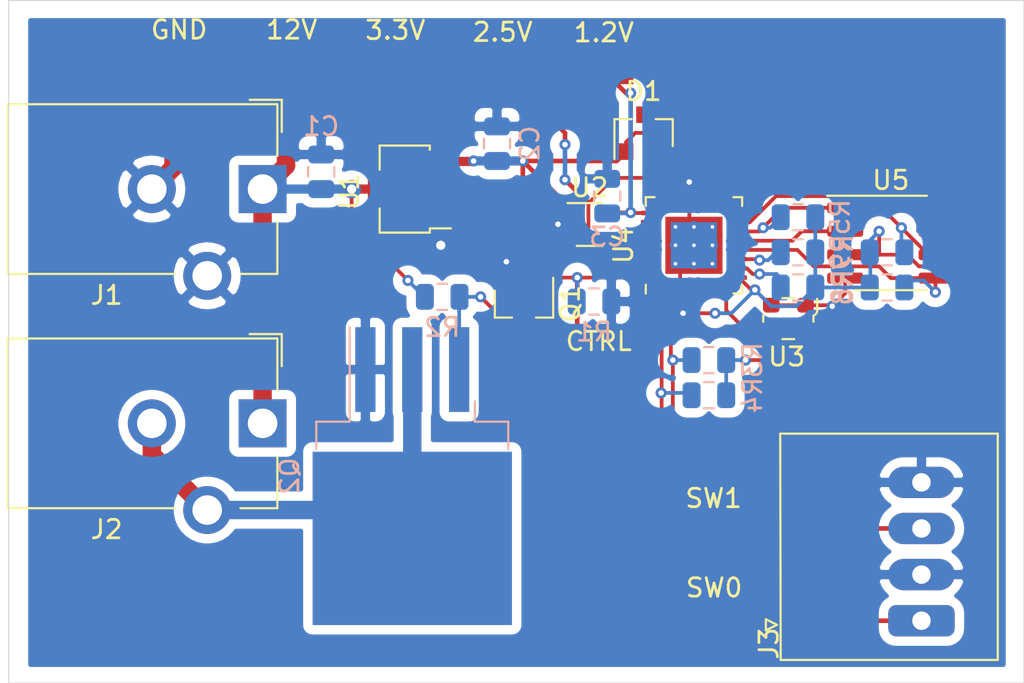
<source format=kicad_pcb>
(kicad_pcb (version 20171130) (host pcbnew "(5.1.6)-1")

  (general
    (thickness 1.6)
    (drawings 4)
    (tracks 215)
    (zones 0)
    (modules 31)
    (nets 33)
  )

  (page A4)
  (layers
    (0 F.Cu signal)
    (31 B.Cu signal)
    (32 B.Adhes user)
    (33 F.Adhes user)
    (34 B.Paste user)
    (35 F.Paste user hide)
    (36 B.SilkS user hide)
    (37 F.SilkS user)
    (38 B.Mask user)
    (39 F.Mask user hide)
    (40 Dwgs.User user)
    (41 Cmts.User user)
    (42 Eco1.User user)
    (43 Eco2.User user)
    (44 Edge.Cuts user)
    (45 Margin user)
    (46 B.CrtYd user)
    (47 F.CrtYd user)
    (48 B.Fab user)
    (49 F.Fab user hide)
  )

  (setup
    (last_trace_width 0.2032)
    (user_trace_width 0.1524)
    (user_trace_width 0.2032)
    (user_trace_width 0.25)
    (user_trace_width 0.5)
    (user_trace_width 1)
    (trace_clearance 0.1524)
    (zone_clearance 0.508)
    (zone_45_only no)
    (trace_min 0.1524)
    (via_size 0.508)
    (via_drill 0.254)
    (via_min_size 0.508)
    (via_min_drill 0.254)
    (user_via 0.6 0.3)
    (user_via 1 0.5)
    (uvia_size 0.508)
    (uvia_drill 0.254)
    (uvias_allowed no)
    (uvia_min_size 0.508)
    (uvia_min_drill 0.254)
    (edge_width 0.05)
    (segment_width 0.2)
    (pcb_text_width 0.3)
    (pcb_text_size 1.5 1.5)
    (mod_edge_width 0.12)
    (mod_text_size 1 1)
    (mod_text_width 0.15)
    (pad_size 2.5 2.5)
    (pad_drill 0)
    (pad_to_mask_clearance 0.0508)
    (aux_axis_origin 0 0)
    (visible_elements 7FFFFFFF)
    (pcbplotparams
      (layerselection 0x010fc_ffffffff)
      (usegerberextensions false)
      (usegerberattributes true)
      (usegerberadvancedattributes true)
      (creategerberjobfile true)
      (excludeedgelayer true)
      (linewidth 0.100000)
      (plotframeref false)
      (viasonmask false)
      (mode 1)
      (useauxorigin false)
      (hpglpennumber 1)
      (hpglpenspeed 20)
      (hpglpendiameter 15.000000)
      (psnegative false)
      (psa4output false)
      (plotreference true)
      (plotvalue true)
      (plotinvisibletext false)
      (padsonsilk false)
      (subtractmaskfromsilk false)
      (outputformat 1)
      (mirror false)
      (drillshape 1)
      (scaleselection 1)
      (outputdirectory ""))
  )

  (net 0 "")
  (net 1 GND)
  (net 2 +12V)
  (net 3 +3V3)
  (net 4 +1V2)
  (net 5 "Net-(D1-Pad3)")
  (net 6 +2V5)
  (net 7 "Net-(J2-Pad2)")
  (net 8 "Net-(Q1-Pad3)")
  (net 9 Lamp_Control)
  (net 10 I_SW1)
  (net 11 I_SW0)
  (net 12 CE0)
  (net 13 MOSI)
  (net 14 SCK)
  (net 15 CRESET)
  (net 16 CDONE)
  (net 17 "Net-(U2-Pad4)")
  (net 18 "Net-(U4-Pad31)")
  (net 19 "Net-(U4-Pad30)")
  (net 20 "Net-(U4-Pad29)")
  (net 21 "Net-(U4-Pad27)")
  (net 22 "Net-(U4-Pad26)")
  (net 23 "Net-(U4-Pad23)")
  (net 24 "Net-(U4-Pad22)")
  (net 25 "Net-(U4-Pad20)")
  (net 26 "Net-(U4-Pad19)")
  (net 27 "Net-(U4-Pad18)")
  (net 28 MISO)
  (net 29 "Net-(U4-Pad7)")
  (net 30 "Net-(U4-Pad6)")
  (net 31 "Net-(U4-Pad5)")
  (net 32 CLK)

  (net_class Default "This is the default net class."
    (clearance 0.1524)
    (trace_width 0.1524)
    (via_dia 0.508)
    (via_drill 0.254)
    (uvia_dia 0.508)
    (uvia_drill 0.254)
    (diff_pair_width 0.1524)
    (diff_pair_gap 0.1524)
    (add_net +12V)
    (add_net +1V2)
    (add_net +2V5)
    (add_net +3V3)
    (add_net CDONE)
    (add_net CE0)
    (add_net CLK)
    (add_net CRESET)
    (add_net GND)
    (add_net I_SW0)
    (add_net I_SW1)
    (add_net Lamp_Control)
    (add_net MISO)
    (add_net MOSI)
    (add_net "Net-(D1-Pad3)")
    (add_net "Net-(J2-Pad2)")
    (add_net "Net-(Q1-Pad3)")
    (add_net "Net-(U2-Pad4)")
    (add_net "Net-(U4-Pad18)")
    (add_net "Net-(U4-Pad19)")
    (add_net "Net-(U4-Pad20)")
    (add_net "Net-(U4-Pad22)")
    (add_net "Net-(U4-Pad23)")
    (add_net "Net-(U4-Pad26)")
    (add_net "Net-(U4-Pad27)")
    (add_net "Net-(U4-Pad29)")
    (add_net "Net-(U4-Pad30)")
    (add_net "Net-(U4-Pad31)")
    (add_net "Net-(U4-Pad5)")
    (add_net "Net-(U4-Pad6)")
    (add_net "Net-(U4-Pad7)")
    (add_net SCK)
  )

  (module nezbyte:PhoenixContact_PTSA_0,5_4-2,5-F_P2.50mm_Horizontal (layer F.Cu) (tedit 5F5EEF56) (tstamp 5F5F6D15)
    (at 91.948 55.626 90)
    (descr "Generic Phoenix Contact connector footprint for: MSTBA_2,5/3-G; number of pins: 03; pin pitch: 5.00mm; Angled || order number: 1757488 12A || order number: 1923762 16A (HC)")
    (tags "phoenix_contact connector MSTBA_01x03_G_5.00mm")
    (path /5F7976DB)
    (fp_text reference J3 (at 0.762 -0.762 90) (layer F.SilkS)
      (effects (font (size 1 1) (thickness 0.15)))
    )
    (fp_text value Phoenix_Contact_1989764 (at 5.7912 12.8524 90) (layer F.Fab) hide
      (effects (font (size 1 1) (thickness 0.15)))
    )
    (fp_line (start 0 11.5062) (end 0 0) (layer Dwgs.User) (width 0.12))
    (fp_line (start 12.0142 11.5062) (end 0 11.5062) (layer Dwgs.User) (width 0.12))
    (fp_line (start 12.0142 0) (end 12.0142 11.5062) (layer Dwgs.User) (width 0.12))
    (fp_line (start 0 0) (end 12.0142 0) (layer Dwgs.User) (width 0.12))
    (fp_line (start 1.478 -0.9288) (end 2.078 -0.9288) (layer F.SilkS) (width 0.12))
    (fp_line (start 1.778 -0.3288) (end 1.478 -0.9288) (layer F.SilkS) (width 0.12))
    (fp_line (start 2.078 -0.9288) (end 1.778 -0.3288) (layer F.SilkS) (width 0.12))
    (fp_line (start 12.446 -0.508) (end -0.4064 -0.508) (layer F.CrtYd) (width 0.05))
    (fp_line (start -0.127 -0.127) (end 12.1412 -0.1524) (layer F.SilkS) (width 0.12))
    (fp_line (start 12.1412 -0.1524) (end 12.1412 11.6332) (layer F.SilkS) (width 0.12))
    (fp_line (start 12.1412 11.6332) (end -0.127 11.6332) (layer F.SilkS) (width 0.12))
    (fp_line (start -0.127 11.6332) (end -0.127 -0.127) (layer F.SilkS) (width 0.12))
    (fp_line (start -0.4064 -0.508) (end -0.4064 11.938) (layer F.CrtYd) (width 0.05))
    (fp_line (start 12.446 -0.508) (end 12.4206 11.938) (layer F.CrtYd) (width 0.05))
    (fp_line (start 12.4206 11.938) (end -0.4064 11.938) (layer F.CrtYd) (width 0.05))
    (fp_text user %R (at 6.604 0.9398 90) (layer F.Fab)
      (effects (font (size 1 1) (thickness 0.15)))
    )
    (pad 4 thru_hole oval (at 9.5 7.5 90) (size 1.7 3.6) (drill 1) (layers *.Cu *.Mask)
      (net 1 GND))
    (pad 3 thru_hole oval (at 7 7.5 90) (size 1.7 3.6) (drill 1) (layers *.Cu *.Mask)
      (net 10 I_SW1))
    (pad 2 thru_hole oval (at 4.5 7.5 90) (size 1.7 3.6) (drill 1) (layers *.Cu *.Mask)
      (net 1 GND))
    (pad 1 thru_hole roundrect (at 2 7.5 90) (size 1.7 3.6) (drill 1) (layers *.Cu *.Mask) (roundrect_rratio 0.25)
      (net 11 I_SW0))
  )

  (module nezbyte:Oscillator_SMD_ECS_2520MV-xxx-xx-4Pin_2.5x2.0mm (layer F.Cu) (tedit 5C2B7AE4) (tstamp 5F5F412A)
    (at 92.238 37.248 270)
    (descr "Miniature Crystal Clock Oscillator ECS 2520MV series, https://www.ecsxtal.com/store/pdf/ECS-2520MV.pdf")
    (tags "Miniature Crystal Clock Oscillator ECS 2520MV series SMD SMT HCMOS")
    (path /5F676A78)
    (attr smd)
    (fp_text reference U3 (at 2.069 0.091 180) (layer F.SilkS)
      (effects (font (size 1 1) (thickness 0.15)))
    )
    (fp_text value ECS-TXO-25CSMV-320-AM-TR (at 0 2.5 90) (layer F.Fab) hide
      (effects (font (size 1 1) (thickness 0.15)))
    )
    (fp_line (start -1 -0.75) (end -1 1.25) (layer F.Fab) (width 0.1))
    (fp_line (start 1 -1.25) (end 1 1.25) (layer F.Fab) (width 0.1))
    (fp_line (start -0.5 -1.25) (end 1 -1.25) (layer F.Fab) (width 0.1))
    (fp_line (start -1 1.25) (end 1 1.25) (layer F.Fab) (width 0.1))
    (fp_line (start -1 -0.75) (end -0.5 -1.25) (layer F.Fab) (width 0.1))
    (fp_line (start -0.17 1.36) (end 0.17 1.36) (layer F.SilkS) (width 0.12))
    (fp_line (start -0.16 -1.36) (end 0.17 -1.36) (layer F.SilkS) (width 0.12))
    (fp_line (start 1.11 0.32) (end 1.11 -0.32) (layer F.SilkS) (width 0.12))
    (fp_line (start -1.11 0.32) (end -1.11 -0.32) (layer F.SilkS) (width 0.12))
    (fp_line (start -0.38 -1.56) (end -1.07 -1.56) (layer F.SilkS) (width 0.12))
    (fp_line (start 1.38 -1.63) (end 1.38 1.63) (layer F.CrtYd) (width 0.05))
    (fp_line (start -1.38 1.63) (end 1.38 1.63) (layer F.CrtYd) (width 0.05))
    (fp_line (start -1.38 -1.63) (end -1.38 1.63) (layer F.CrtYd) (width 0.05))
    (fp_line (start -1.38 -1.63) (end 1.38 -1.63) (layer F.CrtYd) (width 0.05))
    (fp_arc (start -0.47 -1.24) (end -0.16 -1.36) (angle -53.13010235) (layer F.SilkS) (width 0.12))
    (fp_text user %R (at 0 0) (layer F.Fab)
      (effects (font (size 0.5 0.5) (thickness 0.075)))
    )
    (pad 3 smd roundrect (at 0.725 0.925 270) (size 0.8 0.9) (layers F.Cu F.Paste F.Mask) (roundrect_rratio 0.25)
      (net 32 CLK))
    (pad 2 smd roundrect (at -0.725 0.925 270) (size 0.8 0.9) (layers F.Cu F.Paste F.Mask) (roundrect_rratio 0.25)
      (net 1 GND))
    (pad 4 smd roundrect (at 0.725 -0.925 270) (size 0.8 0.9) (layers F.Cu F.Paste F.Mask) (roundrect_rratio 0.25)
      (net 3 +3V3))
    (pad 1 smd roundrect (at -0.725 -0.925 270) (size 0.8 0.9) (layers F.Cu F.Paste F.Mask) (roundrect_rratio 0.25)
      (net 1 GND))
    (model ${KISYS3DMOD}/Oscillator.3dshapes/Oscillator_SMD_ECS_2520MV-xxx-xx-4Pin_2.5x2.0mm.wrl
      (at (xyz 0 0 0))
      (scale (xyz 1 1 1))
      (rotate (xyz 0 0 0))
    )
  )

  (module Package_TO_SOT_SMD:SOT-23 (layer F.Cu) (tedit 5A02FF57) (tstamp 5F626FC0)
    (at 77.917 36.433 270)
    (descr "SOT-23, Standard")
    (tags SOT-23)
    (path /5F691FFC)
    (attr smd)
    (fp_text reference Q1 (at 0 -2.5 90) (layer F.SilkS)
      (effects (font (size 1 1) (thickness 0.15)))
    )
    (fp_text value 2N7002K (at 0 2.5 90) (layer F.Fab)
      (effects (font (size 1 1) (thickness 0.15)))
    )
    (fp_line (start 0.76 1.58) (end -0.7 1.58) (layer F.SilkS) (width 0.12))
    (fp_line (start 0.76 -1.58) (end -1.4 -1.58) (layer F.SilkS) (width 0.12))
    (fp_line (start -1.7 1.75) (end -1.7 -1.75) (layer F.CrtYd) (width 0.05))
    (fp_line (start 1.7 1.75) (end -1.7 1.75) (layer F.CrtYd) (width 0.05))
    (fp_line (start 1.7 -1.75) (end 1.7 1.75) (layer F.CrtYd) (width 0.05))
    (fp_line (start -1.7 -1.75) (end 1.7 -1.75) (layer F.CrtYd) (width 0.05))
    (fp_line (start 0.76 -1.58) (end 0.76 -0.65) (layer F.SilkS) (width 0.12))
    (fp_line (start 0.76 1.58) (end 0.76 0.65) (layer F.SilkS) (width 0.12))
    (fp_line (start -0.7 1.52) (end 0.7 1.52) (layer F.Fab) (width 0.1))
    (fp_line (start 0.7 -1.52) (end 0.7 1.52) (layer F.Fab) (width 0.1))
    (fp_line (start -0.7 -0.95) (end -0.15 -1.52) (layer F.Fab) (width 0.1))
    (fp_line (start -0.15 -1.52) (end 0.7 -1.52) (layer F.Fab) (width 0.1))
    (fp_line (start -0.7 -0.95) (end -0.7 1.5) (layer F.Fab) (width 0.1))
    (fp_text user %R (at 0 0) (layer F.Fab)
      (effects (font (size 0.5 0.5) (thickness 0.075)))
    )
    (pad 3 smd rect (at 1 0 270) (size 0.9 0.8) (layers F.Cu F.Paste F.Mask)
      (net 8 "Net-(Q1-Pad3)"))
    (pad 2 smd rect (at -1 0.95 270) (size 0.9 0.8) (layers F.Cu F.Paste F.Mask)
      (net 1 GND))
    (pad 1 smd rect (at -1 -0.95 270) (size 0.9 0.8) (layers F.Cu F.Paste F.Mask)
      (net 9 Lamp_Control))
    (model ${KISYS3DMOD}/Package_TO_SOT_SMD.3dshapes/SOT-23.wrl
      (at (xyz 0 0 0))
      (scale (xyz 1 1 1))
      (rotate (xyz 0 0 0))
    )
  )

  (module nezbyte:TestPoint_5019 (layer F.Cu) (tedit 5F5ED9A0) (tstamp 5F5F802D)
    (at 81.915 23.495)
    (path /5F77A723)
    (fp_text reference TP8 (at 0.1016 1.905) (layer F.SilkS) hide
      (effects (font (size 1 1) (thickness 0.15)))
    )
    (fp_text value 1.2V (at 0.3302 -1.7526) (layer F.SilkS)
      (effects (font (size 1 1) (thickness 0.15)))
    )
    (pad 1 smd rect (at 0.0254 0.0254) (size 3.8 2.03) (layers F.Cu F.Paste F.Mask)
      (net 4 +1V2))
  )

  (module nezbyte:TestPoint_5019 (layer F.Cu) (tedit 5F5ED9A0) (tstamp 5F5F8028)
    (at 76.4286 23.4696)
    (path /5F7914A0)
    (fp_text reference TP7 (at 0.1016 1.905) (layer F.SilkS) hide
      (effects (font (size 1 1) (thickness 0.15)))
    )
    (fp_text value 2.5V (at 0.3302 -1.7526) (layer F.SilkS)
      (effects (font (size 1 1) (thickness 0.15)))
    )
    (pad 1 smd rect (at 0.0254 0.0254) (size 3.8 2.03) (layers F.Cu F.Paste F.Mask)
      (net 6 +2V5))
  )

  (module nezbyte:TestPoint_5019 (layer F.Cu) (tedit 5F5ED9A0) (tstamp 5F5F8023)
    (at 70.612 23.368)
    (path /5F77A497)
    (fp_text reference TP6 (at 0.1016 1.905) (layer F.SilkS) hide
      (effects (font (size 1 1) (thickness 0.15)))
    )
    (fp_text value 3.3V (at 0.3302 -1.7526) (layer F.SilkS)
      (effects (font (size 1 1) (thickness 0.15)))
    )
    (pad 1 smd rect (at 0.0254 0.0254) (size 3.8 2.03) (layers F.Cu F.Paste F.Mask)
      (net 3 +3V3))
  )

  (module nezbyte:TestPoint_5019 (layer F.Cu) (tedit 5F5ED9A0) (tstamp 5F5FB5FC)
    (at 81.6356 40.2336)
    (path /5F76B813)
    (fp_text reference TP5 (at 0.1016 1.905) (layer F.SilkS) hide
      (effects (font (size 1 1) (thickness 0.15)))
    )
    (fp_text value CTRL (at 0.3302 -1.7526) (layer F.SilkS)
      (effects (font (size 1 1) (thickness 0.15)))
    )
    (pad 1 smd rect (at 0.0254 0.0254) (size 3.8 2.03) (layers F.Cu F.Paste F.Mask)
      (net 9 Lamp_Control))
  )

  (module nezbyte:TestPoint_5019 (layer F.Cu) (tedit 5F5ED9A0) (tstamp 5F5F8019)
    (at 87.8586 48.7426)
    (path /5F770DF8)
    (fp_text reference TP4 (at 0.1016 1.905) (layer F.SilkS) hide
      (effects (font (size 1 1) (thickness 0.15)))
    )
    (fp_text value SW1 (at 0.3302 -1.7526) (layer F.SilkS)
      (effects (font (size 1 1) (thickness 0.15)))
    )
    (pad 1 smd rect (at 0.0254 0.0254) (size 3.8 2.03) (layers F.Cu F.Paste F.Mask)
      (net 10 I_SW1))
  )

  (module nezbyte:TestPoint_5019 (layer F.Cu) (tedit 5F5ED9A0) (tstamp 5F5F8014)
    (at 87.884 53.594)
    (path /5F770A85)
    (fp_text reference TP3 (at 0.1016 1.905) (layer F.SilkS) hide
      (effects (font (size 1 1) (thickness 0.15)))
    )
    (fp_text value SW0 (at 0.3302 -1.7526) (layer F.SilkS)
      (effects (font (size 1 1) (thickness 0.15)))
    )
    (pad 1 smd rect (at 0.0254 0.0254) (size 3.8 2.03) (layers F.Cu F.Paste F.Mask)
      (net 11 I_SW0))
  )

  (module nezbyte:TestPoint_5019 (layer F.Cu) (tedit 5F5ED9A0) (tstamp 5F5F800F)
    (at 58.9026 23.3426)
    (path /5F78817F)
    (fp_text reference TP2 (at 0.1016 1.905) (layer F.SilkS) hide
      (effects (font (size 1 1) (thickness 0.15)))
    )
    (fp_text value GND (at 0.3302 -1.7526) (layer F.SilkS)
      (effects (font (size 1 1) (thickness 0.15)))
    )
    (pad 1 smd rect (at 0.0254 0.0254) (size 3.8 2.03) (layers F.Cu F.Paste F.Mask)
      (net 1 GND))
  )

  (module nezbyte:TestPoint_5019 (layer F.Cu) (tedit 5F5ED9A0) (tstamp 5F5F800A)
    (at 64.9986 23.3426)
    (path /5F779FE6)
    (fp_text reference TP1 (at 0.1016 1.905) (layer F.SilkS) hide
      (effects (font (size 1 1) (thickness 0.15)))
    )
    (fp_text value 12V (at 0.3302 -1.7526) (layer F.SilkS)
      (effects (font (size 1 1) (thickness 0.15)))
    )
    (pad 1 smd rect (at 0.0254 0.0254) (size 3.8 2.03) (layers F.Cu F.Paste F.Mask)
      (net 2 +12V))
  )

  (module nezbyte:SOIC-8_3.9x4.9mm_P1.27mm (layer F.Cu) (tedit 5D9F72B1) (tstamp 5F5F76A7)
    (at 97.79 33.147)
    (descr "SOIC, 8 Pin (JEDEC MS-012AA, https://www.analog.com/media/en/package-pcb-resources/package/pkg_pdf/soic_narrow-r/r_8.pdf), generated with kicad-footprint-generator ipc_gullwing_generator.py")
    (tags "SOIC SO")
    (path /5F637BAC)
    (attr smd)
    (fp_text reference U5 (at 0 -3.4) (layer F.SilkS)
      (effects (font (size 1 1) (thickness 0.15)))
    )
    (fp_text value W25X10CLSNIG (at -36.703 -2.921) (layer F.Fab) hide
      (effects (font (size 1 1) (thickness 0.15)))
    )
    (fp_line (start 0 2.56) (end 1.95 2.56) (layer F.SilkS) (width 0.12))
    (fp_line (start 0 2.56) (end -1.95 2.56) (layer F.SilkS) (width 0.12))
    (fp_line (start 0 -2.56) (end 1.95 -2.56) (layer F.SilkS) (width 0.12))
    (fp_line (start 0 -2.56) (end -3.45 -2.56) (layer F.SilkS) (width 0.12))
    (fp_line (start -0.975 -2.45) (end 1.95 -2.45) (layer F.Fab) (width 0.1))
    (fp_line (start 1.95 -2.45) (end 1.95 2.45) (layer F.Fab) (width 0.1))
    (fp_line (start 1.95 2.45) (end -1.95 2.45) (layer F.Fab) (width 0.1))
    (fp_line (start -1.95 2.45) (end -1.95 -1.475) (layer F.Fab) (width 0.1))
    (fp_line (start -1.95 -1.475) (end -0.975 -2.45) (layer F.Fab) (width 0.1))
    (fp_line (start -3.7 -2.7) (end -3.7 2.7) (layer F.CrtYd) (width 0.05))
    (fp_line (start -3.7 2.7) (end 3.7 2.7) (layer F.CrtYd) (width 0.05))
    (fp_line (start 3.7 2.7) (end 3.7 -2.7) (layer F.CrtYd) (width 0.05))
    (fp_line (start 3.7 -2.7) (end -3.7 -2.7) (layer F.CrtYd) (width 0.05))
    (fp_text user %R (at 0 0) (layer F.Fab)
      (effects (font (size 0.98 0.98) (thickness 0.15)))
    )
    (pad 8 smd roundrect (at 2.475 -1.905) (size 1.95 0.6) (layers F.Cu F.Paste F.Mask) (roundrect_rratio 0.25)
      (net 3 +3V3))
    (pad 7 smd roundrect (at 2.475 -0.635) (size 1.95 0.6) (layers F.Cu F.Paste F.Mask) (roundrect_rratio 0.25)
      (net 3 +3V3))
    (pad 6 smd roundrect (at 2.475 0.635) (size 1.95 0.6) (layers F.Cu F.Paste F.Mask) (roundrect_rratio 0.25)
      (net 14 SCK))
    (pad 5 smd roundrect (at 2.475 1.905) (size 1.95 0.6) (layers F.Cu F.Paste F.Mask) (roundrect_rratio 0.25)
      (net 13 MOSI))
    (pad 4 smd roundrect (at -2.475 1.905) (size 1.95 0.6) (layers F.Cu F.Paste F.Mask) (roundrect_rratio 0.25)
      (net 1 GND))
    (pad 3 smd roundrect (at -2.475 0.635) (size 1.95 0.6) (layers F.Cu F.Paste F.Mask) (roundrect_rratio 0.25)
      (net 3 +3V3))
    (pad 2 smd roundrect (at -2.475 -0.635) (size 1.95 0.6) (layers F.Cu F.Paste F.Mask) (roundrect_rratio 0.25)
      (net 28 MISO))
    (pad 1 smd roundrect (at -2.475 -1.905) (size 1.95 0.6) (layers F.Cu F.Paste F.Mask) (roundrect_rratio 0.25)
      (net 12 CE0))
    (model ${KISYS3DMOD}/Package_SO.3dshapes/SOIC-8_3.9x4.9mm_P1.27mm.wrl
      (at (xyz 0 0 0))
      (scale (xyz 1 1 1))
      (rotate (xyz 0 0 0))
    )
  )

  (module nezbyte:QFN-32-1EP_5x5mm_P0.5mm_EP3.1x3.1mm_ThermalVias (layer F.Cu) (tedit 5F638210) (tstamp 5F5F49EA)
    (at 87.122 33.274 90)
    (descr "QFN, 32 Pin (http://ww1.microchip.com/downloads/en/DeviceDoc/8008S.pdf#page=20), generated with kicad-footprint-generator ipc_noLead_generator.py")
    (tags "QFN NoLead")
    (path /5F5E7535)
    (attr smd)
    (fp_text reference U4 (at 0 -3.82 90) (layer F.SilkS)
      (effects (font (size 1 1) (thickness 0.15)))
    )
    (fp_text value ICE40LP384-SG32 (at 0 3.82 90) (layer F.Fab)
      (effects (font (size 1 1) (thickness 0.15)))
    )
    (fp_line (start 2.135 -2.61) (end 2.61 -2.61) (layer F.SilkS) (width 0.12))
    (fp_line (start 2.61 -2.61) (end 2.61 -2.135) (layer F.SilkS) (width 0.12))
    (fp_line (start -2.135 2.61) (end -2.61 2.61) (layer F.SilkS) (width 0.12))
    (fp_line (start -2.61 2.61) (end -2.61 2.135) (layer F.SilkS) (width 0.12))
    (fp_line (start 2.135 2.61) (end 2.61 2.61) (layer F.SilkS) (width 0.12))
    (fp_line (start 2.61 2.61) (end 2.61 2.135) (layer F.SilkS) (width 0.12))
    (fp_line (start -2.135 -2.61) (end -2.61 -2.61) (layer F.SilkS) (width 0.12))
    (fp_line (start -1.5 -2.5) (end 2.5 -2.5) (layer F.Fab) (width 0.1))
    (fp_line (start 2.5 -2.5) (end 2.5 2.5) (layer F.Fab) (width 0.1))
    (fp_line (start 2.5 2.5) (end -2.5 2.5) (layer F.Fab) (width 0.1))
    (fp_line (start -2.5 2.5) (end -2.5 -1.5) (layer F.Fab) (width 0.1))
    (fp_line (start -2.5 -1.5) (end -1.5 -2.5) (layer F.Fab) (width 0.1))
    (fp_line (start -3.12 -3.12) (end -3.12 3.12) (layer F.CrtYd) (width 0.05))
    (fp_line (start -3.12 3.12) (end 3.12 3.12) (layer F.CrtYd) (width 0.05))
    (fp_line (start 3.12 3.12) (end 3.12 -3.12) (layer F.CrtYd) (width 0.05))
    (fp_line (start 3.12 -3.12) (end -3.12 -3.12) (layer F.CrtYd) (width 0.05))
    (fp_text user %R (at 0 0 90) (layer F.Fab)
      (effects (font (size 1 1) (thickness 0.15)))
    )
    (pad "" smd custom (at 1.275 1.275 90) (size 0.318785 0.318785) (layers F.Paste)
      (options (clearance outline) (anchor circle))
      (primitives
        (gr_poly (pts
           (xy -0.110856 0.000473) (xy 0.000473 -0.110856) (xy 0.110856 -0.110856) (xy 0.110856 0.110856) (xy -0.110856 0.110856)
) (width 0.221712))
      ))
    (pad "" smd custom (at 1.275 -1.275 90) (size 0.318785 0.318785) (layers F.Paste)
      (options (clearance outline) (anchor circle))
      (primitives
        (gr_poly (pts
           (xy -0.110856 -0.110856) (xy 0.110856 -0.110856) (xy 0.110856 0.110856) (xy 0.000473 0.110856) (xy -0.110856 -0.000473)
) (width 0.221712))
      ))
    (pad "" smd custom (at -1.275 1.275 90) (size 0.318785 0.318785) (layers F.Paste)
      (options (clearance outline) (anchor circle))
      (primitives
        (gr_poly (pts
           (xy -0.110856 -0.110856) (xy -0.000473 -0.110856) (xy 0.110856 0.000473) (xy 0.110856 0.110856) (xy -0.110856 0.110856)
) (width 0.221712))
      ))
    (pad "" smd custom (at -1.275 -1.275 90) (size 0.318785 0.318785) (layers F.Paste)
      (options (clearance outline) (anchor circle))
      (primitives
        (gr_poly (pts
           (xy -0.110856 -0.110856) (xy 0.110856 -0.110856) (xy 0.110856 -0.000473) (xy -0.000473 0.110856) (xy -0.110856 0.110856)
) (width 0.221712))
      ))
    (pad "" smd custom (at 0.5 1.275 90) (size 0.349614 0.349614) (layers F.Paste)
      (options (clearance outline) (anchor circle))
      (primitives
        (gr_poly (pts
           (xy -0.309303 -0.050187) (xy -0.231588 -0.127902) (xy 0.231588 -0.127902) (xy 0.309303 -0.050187) (xy 0.309303 0.127902)
           (xy -0.309303 0.127902)) (width 0.18762))
      ))
    (pad "" smd custom (at -0.5 1.275 90) (size 0.349614 0.349614) (layers F.Paste)
      (options (clearance outline) (anchor circle))
      (primitives
        (gr_poly (pts
           (xy -0.309303 -0.050187) (xy -0.231588 -0.127902) (xy 0.231588 -0.127902) (xy 0.309303 -0.050187) (xy 0.309303 0.127902)
           (xy -0.309303 0.127902)) (width 0.18762))
      ))
    (pad "" smd custom (at 0.5 -1.275 90) (size 0.349614 0.349614) (layers F.Paste)
      (options (clearance outline) (anchor circle))
      (primitives
        (gr_poly (pts
           (xy -0.309303 -0.127902) (xy 0.309303 -0.127902) (xy 0.309303 0.050187) (xy 0.231588 0.127902) (xy -0.231588 0.127902)
           (xy -0.309303 0.050187)) (width 0.18762))
      ))
    (pad "" smd custom (at -0.5 -1.275 90) (size 0.349614 0.349614) (layers F.Paste)
      (options (clearance outline) (anchor circle))
      (primitives
        (gr_poly (pts
           (xy -0.309303 -0.127902) (xy 0.309303 -0.127902) (xy 0.309303 0.050187) (xy 0.231588 0.127902) (xy -0.231588 0.127902)
           (xy -0.309303 0.050187)) (width 0.18762))
      ))
    (pad "" smd custom (at 1.275 0.5 90) (size 0.349614 0.349614) (layers F.Paste)
      (options (clearance outline) (anchor circle))
      (primitives
        (gr_poly (pts
           (xy -0.127902 -0.231588) (xy -0.050187 -0.309303) (xy 0.127902 -0.309303) (xy 0.127902 0.309303) (xy -0.050187 0.309303)
           (xy -0.127902 0.231588)) (width 0.18762))
      ))
    (pad "" smd custom (at 1.275 -0.5 90) (size 0.349614 0.349614) (layers F.Paste)
      (options (clearance outline) (anchor circle))
      (primitives
        (gr_poly (pts
           (xy -0.127902 -0.231588) (xy -0.050187 -0.309303) (xy 0.127902 -0.309303) (xy 0.127902 0.309303) (xy -0.050187 0.309303)
           (xy -0.127902 0.231588)) (width 0.18762))
      ))
    (pad "" smd custom (at -1.275 0.5 90) (size 0.349614 0.349614) (layers F.Paste)
      (options (clearance outline) (anchor circle))
      (primitives
        (gr_poly (pts
           (xy -0.127902 -0.309303) (xy 0.050187 -0.309303) (xy 0.127902 -0.231588) (xy 0.127902 0.231588) (xy 0.050187 0.309303)
           (xy -0.127902 0.309303)) (width 0.18762))
      ))
    (pad "" smd custom (at -1.275 -0.5 90) (size 0.349614 0.349614) (layers F.Paste)
      (options (clearance outline) (anchor circle))
      (primitives
        (gr_poly (pts
           (xy -0.127902 -0.309303) (xy 0.050187 -0.309303) (xy 0.127902 -0.231588) (xy 0.127902 0.231588) (xy 0.050187 0.309303)
           (xy -0.127902 0.309303)) (width 0.18762))
      ))
    (pad "" smd roundrect (at 0.5 0.5 90) (size 0.806226 0.806226) (layers F.Paste) (roundrect_rratio 0.25))
    (pad "" smd roundrect (at 0.5 -0.5 90) (size 0.806226 0.806226) (layers F.Paste) (roundrect_rratio 0.25))
    (pad "" smd roundrect (at -0.5 0.5 90) (size 0.806226 0.806226) (layers F.Paste) (roundrect_rratio 0.25))
    (pad "" smd roundrect (at -0.5 -0.5 90) (size 0.806226 0.806226) (layers F.Paste) (roundrect_rratio 0.25))
    (pad 33 smd rect (at 0 0 90) (size 2.5 2.5) (layers B.Cu)
      (net 1 GND))
    (pad 33 thru_hole circle (at 1 1 90) (size 0.5 0.5) (drill 0.2) (layers *.Cu)
      (net 1 GND))
    (pad 33 thru_hole circle (at 0 1 90) (size 0.5 0.5) (drill 0.2) (layers *.Cu)
      (net 1 GND))
    (pad 33 thru_hole circle (at -1 1 90) (size 0.5 0.5) (drill 0.2) (layers *.Cu)
      (net 1 GND))
    (pad 33 thru_hole circle (at 1 0 90) (size 0.5 0.5) (drill 0.2) (layers *.Cu)
      (net 1 GND))
    (pad 33 thru_hole circle (at 0 0 90) (size 0.5 0.5) (drill 0.2) (layers *.Cu)
      (net 1 GND))
    (pad 33 thru_hole circle (at -1 0 90) (size 0.5 0.5) (drill 0.2) (layers *.Cu)
      (net 1 GND))
    (pad 33 thru_hole circle (at 1 -1 90) (size 0.5 0.5) (drill 0.2) (layers *.Cu)
      (net 1 GND))
    (pad 33 thru_hole circle (at 0 -1 90) (size 0.5 0.5) (drill 0.2) (layers *.Cu)
      (net 1 GND))
    (pad 33 thru_hole circle (at -1 -1 90) (size 0.5 0.5) (drill 0.2) (layers *.Cu)
      (net 1 GND))
    (pad 33 smd rect (at 0 0 90) (size 3.1 3.1) (layers F.Cu F.Mask)
      (net 1 GND))
    (pad 32 smd roundrect (at -1.75 -2.4375 90) (size 0.25 0.875) (layers F.Cu F.Paste F.Mask) (roundrect_rratio 0.25)
      (net 9 Lamp_Control))
    (pad 31 smd roundrect (at -1.25 -2.4375 90) (size 0.25 0.875) (layers F.Cu F.Paste F.Mask) (roundrect_rratio 0.25)
      (net 18 "Net-(U4-Pad31)"))
    (pad 30 smd roundrect (at -0.75 -2.4375 90) (size 0.25 0.875) (layers F.Cu F.Paste F.Mask) (roundrect_rratio 0.25)
      (net 19 "Net-(U4-Pad30)"))
    (pad 29 smd roundrect (at -0.25 -2.4375 90) (size 0.25 0.875) (layers F.Cu F.Paste F.Mask) (roundrect_rratio 0.25)
      (net 20 "Net-(U4-Pad29)"))
    (pad 28 smd roundrect (at 0.25 -2.4375 90) (size 0.25 0.875) (layers F.Cu F.Paste F.Mask) (roundrect_rratio 0.25)
      (net 3 +3V3))
    (pad 27 smd roundrect (at 0.75 -2.4375 90) (size 0.25 0.875) (layers F.Cu F.Paste F.Mask) (roundrect_rratio 0.25)
      (net 21 "Net-(U4-Pad27)"))
    (pad 26 smd roundrect (at 1.25 -2.4375 90) (size 0.25 0.875) (layers F.Cu F.Paste F.Mask) (roundrect_rratio 0.25)
      (net 22 "Net-(U4-Pad26)"))
    (pad 25 smd roundrect (at 1.75 -2.4375 90) (size 0.25 0.875) (layers F.Cu F.Paste F.Mask) (roundrect_rratio 0.25)
      (net 4 +1V2))
    (pad 24 smd roundrect (at 2.4375 -1.75 90) (size 0.875 0.25) (layers F.Cu F.Paste F.Mask) (roundrect_rratio 0.25)
      (net 6 +2V5))
    (pad 23 smd roundrect (at 2.4375 -1.25 90) (size 0.875 0.25) (layers F.Cu F.Paste F.Mask) (roundrect_rratio 0.25)
      (net 23 "Net-(U4-Pad23)"))
    (pad 22 smd roundrect (at 2.4375 -0.75 90) (size 0.875 0.25) (layers F.Cu F.Paste F.Mask) (roundrect_rratio 0.25)
      (net 24 "Net-(U4-Pad22)"))
    (pad 21 smd roundrect (at 2.4375 -0.25 90) (size 0.875 0.25) (layers F.Cu F.Paste F.Mask) (roundrect_rratio 0.25)
      (net 1 GND))
    (pad 20 smd roundrect (at 2.4375 0.25 90) (size 0.875 0.25) (layers F.Cu F.Paste F.Mask) (roundrect_rratio 0.25)
      (net 25 "Net-(U4-Pad20)"))
    (pad 19 smd roundrect (at 2.4375 0.75 90) (size 0.875 0.25) (layers F.Cu F.Paste F.Mask) (roundrect_rratio 0.25)
      (net 26 "Net-(U4-Pad19)"))
    (pad 18 smd roundrect (at 2.4375 1.25 90) (size 0.875 0.25) (layers F.Cu F.Paste F.Mask) (roundrect_rratio 0.25)
      (net 27 "Net-(U4-Pad18)"))
    (pad 17 smd roundrect (at 2.4375 1.75 90) (size 0.875 0.25) (layers F.Cu F.Paste F.Mask) (roundrect_rratio 0.25)
      (net 3 +3V3))
    (pad 16 smd roundrect (at 1.75 2.4375 90) (size 0.25 0.875) (layers F.Cu F.Paste F.Mask) (roundrect_rratio 0.25)
      (net 3 +3V3))
    (pad 15 smd roundrect (at 1.25 2.4375 90) (size 0.25 0.875) (layers F.Cu F.Paste F.Mask) (roundrect_rratio 0.25)
      (net 14 SCK))
    (pad 14 smd roundrect (at 0.75 2.4375 90) (size 0.25 0.875) (layers F.Cu F.Paste F.Mask) (roundrect_rratio 0.25)
      (net 12 CE0))
    (pad 13 smd roundrect (at 0.25 2.4375 90) (size 0.25 0.875) (layers F.Cu F.Paste F.Mask) (roundrect_rratio 0.25)
      (net 28 MISO))
    (pad 12 smd roundrect (at -0.25 2.4375 90) (size 0.25 0.875) (layers F.Cu F.Paste F.Mask) (roundrect_rratio 0.25)
      (net 13 MOSI))
    (pad 11 smd roundrect (at -0.75 2.4375 90) (size 0.25 0.875) (layers F.Cu F.Paste F.Mask) (roundrect_rratio 0.25)
      (net 16 CDONE))
    (pad 10 smd roundrect (at -1.25 2.4375 90) (size 0.25 0.875) (layers F.Cu F.Paste F.Mask) (roundrect_rratio 0.25)
      (net 15 CRESET))
    (pad 9 smd roundrect (at -1.75 2.4375 90) (size 0.25 0.875) (layers F.Cu F.Paste F.Mask) (roundrect_rratio 0.25)
      (net 3 +3V3))
    (pad 8 smd roundrect (at -2.4375 1.75 90) (size 0.875 0.25) (layers F.Cu F.Paste F.Mask) (roundrect_rratio 0.25)
      (net 32 CLK))
    (pad 7 smd roundrect (at -2.4375 1.25 90) (size 0.875 0.25) (layers F.Cu F.Paste F.Mask) (roundrect_rratio 0.25)
      (net 29 "Net-(U4-Pad7)"))
    (pad 6 smd roundrect (at -2.4375 0.75 90) (size 0.875 0.25) (layers F.Cu F.Paste F.Mask) (roundrect_rratio 0.25)
      (net 30 "Net-(U4-Pad6)"))
    (pad 5 smd roundrect (at -2.4375 0.25 90) (size 0.875 0.25) (layers F.Cu F.Paste F.Mask) (roundrect_rratio 0.25)
      (net 31 "Net-(U4-Pad5)"))
    (pad 4 smd roundrect (at -2.4375 -0.25 90) (size 0.875 0.25) (layers F.Cu F.Paste F.Mask) (roundrect_rratio 0.25)
      (net 3 +3V3))
    (pad 3 smd roundrect (at -2.4375 -0.75 90) (size 0.875 0.25) (layers F.Cu F.Paste F.Mask) (roundrect_rratio 0.25)
      (net 1 GND))
    (pad 2 smd roundrect (at -2.4375 -1.25 90) (size 0.875 0.25) (layers F.Cu F.Paste F.Mask) (roundrect_rratio 0.25)
      (net 10 I_SW1))
    (pad 1 smd roundrect (at -2.4375 -1.75 90) (size 0.875 0.25) (layers F.Cu F.Paste F.Mask) (roundrect_rratio 0.25)
      (net 11 I_SW0))
    (model ${KISYS3DMOD}/Package_DFN_QFN.3dshapes/QFN-32-1EP_5x5mm_P0.5mm_EP3.1x3.1mm.wrl
      (at (xyz 0 0 0))
      (scale (xyz 1 1 1))
      (rotate (xyz 0 0 0))
    )
  )

  (module nezbyte:SOT-353_SC-70-5 (layer F.Cu) (tedit 5A02FF57) (tstamp 5F5F515F)
    (at 81.473 32.146)
    (descr "SOT-353, SC-70-5")
    (tags "SOT-353 SC-70-5")
    (path /5F60B651)
    (attr smd)
    (fp_text reference U2 (at 0 -2) (layer F.SilkS)
      (effects (font (size 1 1) (thickness 0.15)))
    )
    (fp_text value MIC5365-1.2YC5-TR (at 0 2 180) (layer F.Fab) hide
      (effects (font (size 1 1) (thickness 0.15)))
    )
    (fp_line (start 0.7 -1.16) (end -1.2 -1.16) (layer F.SilkS) (width 0.12))
    (fp_line (start -0.7 1.16) (end 0.7 1.16) (layer F.SilkS) (width 0.12))
    (fp_line (start 1.6 1.4) (end 1.6 -1.4) (layer F.CrtYd) (width 0.05))
    (fp_line (start -1.6 -1.4) (end -1.6 1.4) (layer F.CrtYd) (width 0.05))
    (fp_line (start -1.6 -1.4) (end 1.6 -1.4) (layer F.CrtYd) (width 0.05))
    (fp_line (start 0.675 -1.1) (end -0.175 -1.1) (layer F.Fab) (width 0.1))
    (fp_line (start -0.675 -0.6) (end -0.675 1.1) (layer F.Fab) (width 0.1))
    (fp_line (start -1.6 1.4) (end 1.6 1.4) (layer F.CrtYd) (width 0.05))
    (fp_line (start 0.675 -1.1) (end 0.675 1.1) (layer F.Fab) (width 0.1))
    (fp_line (start 0.675 1.1) (end -0.675 1.1) (layer F.Fab) (width 0.1))
    (fp_line (start -0.175 -1.1) (end -0.675 -0.6) (layer F.Fab) (width 0.1))
    (fp_text user %R (at 0 0 90) (layer F.Fab)
      (effects (font (size 0.5 0.5) (thickness 0.075)))
    )
    (pad 5 smd rect (at 0.95 -0.65) (size 0.65 0.4) (layers F.Cu F.Paste F.Mask)
      (net 4 +1V2))
    (pad 4 smd rect (at 0.95 0.65) (size 0.65 0.4) (layers F.Cu F.Paste F.Mask)
      (net 17 "Net-(U2-Pad4)"))
    (pad 2 smd rect (at -0.95 0) (size 0.65 0.4) (layers F.Cu F.Paste F.Mask)
      (net 1 GND))
    (pad 3 smd rect (at -0.95 0.65) (size 0.65 0.4) (layers F.Cu F.Paste F.Mask)
      (net 6 +2V5))
    (pad 1 smd rect (at -0.95 -0.65) (size 0.65 0.4) (layers F.Cu F.Paste F.Mask)
      (net 3 +3V3))
    (model ${KISYS3DMOD}/Package_TO_SOT_SMD.3dshapes/SOT-353_SC-70-5.wrl
      (at (xyz 0 0 0))
      (scale (xyz 1 1 1))
      (rotate (xyz 0 0 0))
    )
  )

  (module nezbyte:SOT-89-3 (layer F.Cu) (tedit 5C33D6E8) (tstamp 5F5F4CB8)
    (at 71.755 30.226 180)
    (descr "SOT-89-3, http://ww1.microchip.com/downloads/en/DeviceDoc/3L_SOT-89_MB_C04-029C.pdf")
    (tags SOT-89-3)
    (path /5F603BDA)
    (attr smd)
    (fp_text reference U1 (at 3.302 -0.127 270) (layer F.SilkS)
      (effects (font (size 1 1) (thickness 0.15)))
    )
    (fp_text value MCP1799T-3302H_DB (at 0.3 3.5) (layer F.Fab) hide
      (effects (font (size 1 1) (thickness 0.15)))
    )
    (fp_line (start 1.66 1.05) (end 1.66 2.36) (layer F.SilkS) (width 0.12))
    (fp_line (start 1.66 2.36) (end -1.06 2.36) (layer F.SilkS) (width 0.12))
    (fp_line (start -2.2 -2.13) (end -1.06 -2.13) (layer F.SilkS) (width 0.12))
    (fp_line (start 1.66 -2.36) (end 1.66 -1.05) (layer F.SilkS) (width 0.12))
    (fp_line (start -0.95 -1.25) (end 0.05 -2.25) (layer F.Fab) (width 0.1))
    (fp_line (start 1.55 -2.25) (end 1.55 2.25) (layer F.Fab) (width 0.1))
    (fp_line (start 1.55 2.25) (end -0.95 2.25) (layer F.Fab) (width 0.1))
    (fp_line (start -0.95 2.25) (end -0.95 -1.25) (layer F.Fab) (width 0.1))
    (fp_line (start 0.05 -2.25) (end 1.55 -2.25) (layer F.Fab) (width 0.1))
    (fp_line (start 2.55 -2.5) (end 2.55 2.5) (layer F.CrtYd) (width 0.05))
    (fp_line (start 2.55 -2.5) (end -2.55 -2.5) (layer F.CrtYd) (width 0.05))
    (fp_line (start -2.55 2.5) (end 2.55 2.5) (layer F.CrtYd) (width 0.05))
    (fp_line (start -2.55 2.5) (end -2.55 -2.5) (layer F.CrtYd) (width 0.05))
    (fp_line (start -1.06 -2.36) (end 1.66 -2.36) (layer F.SilkS) (width 0.12))
    (fp_line (start -1.06 -2.36) (end -1.06 -2.13) (layer F.SilkS) (width 0.12))
    (fp_line (start -1.06 2.36) (end -1.06 2.13) (layer F.SilkS) (width 0.12))
    (fp_text user %R (at 0.5 0 180) (layer F.Fab)
      (effects (font (size 1 1) (thickness 0.15)))
    )
    (pad 2 smd custom (at -1.5625 0 180) (size 1.475 0.9) (layers F.Cu F.Paste F.Mask)
      (net 2 +12V) (zone_connect 2)
      (options (clearance outline) (anchor rect))
      (primitives
        (gr_poly (pts
           (xy 0.7375 -0.8665) (xy 3.8625 -0.8665) (xy 3.8625 0.8665) (xy 0.7375 0.8665)) (width 0))
      ))
    (pad 3 smd rect (at -1.65 1.5 180) (size 1.3 0.9) (layers F.Cu F.Paste F.Mask)
      (net 3 +3V3))
    (pad 1 smd rect (at -1.65 -1.5 180) (size 1.3 0.9) (layers F.Cu F.Paste F.Mask)
      (net 1 GND))
    (model ${KISYS3DMOD}/Package_TO_SOT_SMD.3dshapes/SOT-89-3.wrl
      (at (xyz 0 0 0))
      (scale (xyz 1 1 1))
      (rotate (xyz 0 0 0))
    )
  )

  (module Resistor_SMD:R_0805_2012Metric (layer B.Cu) (tedit 5B36C52B) (tstamp 5F63CF24)
    (at 92.7585 33.655 180)
    (descr "Resistor SMD 0805 (2012 Metric), square (rectangular) end terminal, IPC_7351 nominal, (Body size source: https://docs.google.com/spreadsheets/d/1BsfQQcO9C6DZCsRaXUlFlo91Tg2WpOkGARC1WS5S8t0/edit?usp=sharing), generated with kicad-footprint-generator")
    (tags resistor)
    (path /5F6548D2)
    (attr smd)
    (fp_text reference R9 (at -2.286 0 270) (layer B.SilkS)
      (effects (font (size 1 1) (thickness 0.15)) (justify mirror))
    )
    (fp_text value 10k (at -0.0785 -1.778 180) (layer B.Fab) hide
      (effects (font (size 1 1) (thickness 0.15)) (justify mirror))
    )
    (fp_line (start 1.68 -0.95) (end -1.68 -0.95) (layer B.CrtYd) (width 0.05))
    (fp_line (start 1.68 0.95) (end 1.68 -0.95) (layer B.CrtYd) (width 0.05))
    (fp_line (start -1.68 0.95) (end 1.68 0.95) (layer B.CrtYd) (width 0.05))
    (fp_line (start -1.68 -0.95) (end -1.68 0.95) (layer B.CrtYd) (width 0.05))
    (fp_line (start -0.258578 -0.71) (end 0.258578 -0.71) (layer B.SilkS) (width 0.12))
    (fp_line (start -0.258578 0.71) (end 0.258578 0.71) (layer B.SilkS) (width 0.12))
    (fp_line (start 1 -0.6) (end -1 -0.6) (layer B.Fab) (width 0.1))
    (fp_line (start 1 0.6) (end 1 -0.6) (layer B.Fab) (width 0.1))
    (fp_line (start -1 0.6) (end 1 0.6) (layer B.Fab) (width 0.1))
    (fp_line (start -1 -0.6) (end -1 0.6) (layer B.Fab) (width 0.1))
    (fp_text user %R (at 0 0 180) (layer B.Fab)
      (effects (font (size 0.5 0.5) (thickness 0.08)) (justify mirror))
    )
    (pad 2 smd roundrect (at 0.9375 0 180) (size 0.975 1.4) (layers B.Cu B.Paste B.Mask) (roundrect_rratio 0.25)
      (net 16 CDONE))
    (pad 1 smd roundrect (at -0.9375 0 180) (size 0.975 1.4) (layers B.Cu B.Paste B.Mask) (roundrect_rratio 0.25)
      (net 3 +3V3))
    (model ${KISYS3DMOD}/Resistor_SMD.3dshapes/R_0805_2012Metric.wrl
      (at (xyz 0 0 0))
      (scale (xyz 1 1 1))
      (rotate (xyz 0 0 0))
    )
  )

  (module Resistor_SMD:R_0805_2012Metric (layer B.Cu) (tedit 5B36C52B) (tstamp 5F5F40D4)
    (at 92.7585 35.56 180)
    (descr "Resistor SMD 0805 (2012 Metric), square (rectangular) end terminal, IPC_7351 nominal, (Body size source: https://docs.google.com/spreadsheets/d/1BsfQQcO9C6DZCsRaXUlFlo91Tg2WpOkGARC1WS5S8t0/edit?usp=sharing), generated with kicad-footprint-generator")
    (tags resistor)
    (path /5F653F8C)
    (attr smd)
    (fp_text reference R8 (at -2.3645 0 90) (layer B.SilkS)
      (effects (font (size 1 1) (thickness 0.15)) (justify mirror))
    )
    (fp_text value 10k (at 0 -1.65) (layer B.Fab) hide
      (effects (font (size 1 1) (thickness 0.15)) (justify mirror))
    )
    (fp_line (start 1.68 -0.95) (end -1.68 -0.95) (layer B.CrtYd) (width 0.05))
    (fp_line (start 1.68 0.95) (end 1.68 -0.95) (layer B.CrtYd) (width 0.05))
    (fp_line (start -1.68 0.95) (end 1.68 0.95) (layer B.CrtYd) (width 0.05))
    (fp_line (start -1.68 -0.95) (end -1.68 0.95) (layer B.CrtYd) (width 0.05))
    (fp_line (start -0.258578 -0.71) (end 0.258578 -0.71) (layer B.SilkS) (width 0.12))
    (fp_line (start -0.258578 0.71) (end 0.258578 0.71) (layer B.SilkS) (width 0.12))
    (fp_line (start 1 -0.6) (end -1 -0.6) (layer B.Fab) (width 0.1))
    (fp_line (start 1 0.6) (end 1 -0.6) (layer B.Fab) (width 0.1))
    (fp_line (start -1 0.6) (end 1 0.6) (layer B.Fab) (width 0.1))
    (fp_line (start -1 -0.6) (end -1 0.6) (layer B.Fab) (width 0.1))
    (fp_text user %R (at 0 0) (layer B.Fab)
      (effects (font (size 0.5 0.5) (thickness 0.08)) (justify mirror))
    )
    (pad 2 smd roundrect (at 0.9375 0 180) (size 0.975 1.4) (layers B.Cu B.Paste B.Mask) (roundrect_rratio 0.25)
      (net 15 CRESET))
    (pad 1 smd roundrect (at -0.9375 0 180) (size 0.975 1.4) (layers B.Cu B.Paste B.Mask) (roundrect_rratio 0.25)
      (net 3 +3V3))
    (model ${KISYS3DMOD}/Resistor_SMD.3dshapes/R_0805_2012Metric.wrl
      (at (xyz 0 0 0))
      (scale (xyz 1 1 1))
      (rotate (xyz 0 0 0))
    )
  )

  (module Resistor_SMD:R_0805_2012Metric (layer B.Cu) (tedit 5B36C52B) (tstamp 5F5F40C3)
    (at 97.5845 33.655)
    (descr "Resistor SMD 0805 (2012 Metric), square (rectangular) end terminal, IPC_7351 nominal, (Body size source: https://docs.google.com/spreadsheets/d/1BsfQQcO9C6DZCsRaXUlFlo91Tg2WpOkGARC1WS5S8t0/edit?usp=sharing), generated with kicad-footprint-generator")
    (tags resistor)
    (path /5F65E051)
    (attr smd)
    (fp_text reference R7 (at -2.3645 0 270) (layer B.SilkS)
      (effects (font (size 1 1) (thickness 0.15)) (justify mirror))
    )
    (fp_text value 10k (at 0 -1.65 180) (layer B.Fab) hide
      (effects (font (size 1 1) (thickness 0.15)) (justify mirror))
    )
    (fp_line (start 1.68 -0.95) (end -1.68 -0.95) (layer B.CrtYd) (width 0.05))
    (fp_line (start 1.68 0.95) (end 1.68 -0.95) (layer B.CrtYd) (width 0.05))
    (fp_line (start -1.68 0.95) (end 1.68 0.95) (layer B.CrtYd) (width 0.05))
    (fp_line (start -1.68 -0.95) (end -1.68 0.95) (layer B.CrtYd) (width 0.05))
    (fp_line (start -0.258578 -0.71) (end 0.258578 -0.71) (layer B.SilkS) (width 0.12))
    (fp_line (start -0.258578 0.71) (end 0.258578 0.71) (layer B.SilkS) (width 0.12))
    (fp_line (start 1 -0.6) (end -1 -0.6) (layer B.Fab) (width 0.1))
    (fp_line (start 1 0.6) (end 1 -0.6) (layer B.Fab) (width 0.1))
    (fp_line (start -1 0.6) (end 1 0.6) (layer B.Fab) (width 0.1))
    (fp_line (start -1 -0.6) (end -1 0.6) (layer B.Fab) (width 0.1))
    (fp_text user %R (at 0 0 180) (layer B.Fab)
      (effects (font (size 0.5 0.5) (thickness 0.08)) (justify mirror))
    )
    (pad 2 smd roundrect (at 0.9375 0) (size 0.975 1.4) (layers B.Cu B.Paste B.Mask) (roundrect_rratio 0.25)
      (net 14 SCK))
    (pad 1 smd roundrect (at -0.9375 0) (size 0.975 1.4) (layers B.Cu B.Paste B.Mask) (roundrect_rratio 0.25)
      (net 3 +3V3))
    (model ${KISYS3DMOD}/Resistor_SMD.3dshapes/R_0805_2012Metric.wrl
      (at (xyz 0 0 0))
      (scale (xyz 1 1 1))
      (rotate (xyz 0 0 0))
    )
  )

  (module Resistor_SMD:R_0805_2012Metric (layer B.Cu) (tedit 5B36C52B) (tstamp 5F63D152)
    (at 97.5845 35.56)
    (descr "Resistor SMD 0805 (2012 Metric), square (rectangular) end terminal, IPC_7351 nominal, (Body size source: https://docs.google.com/spreadsheets/d/1BsfQQcO9C6DZCsRaXUlFlo91Tg2WpOkGARC1WS5S8t0/edit?usp=sharing), generated with kicad-footprint-generator")
    (tags resistor)
    (path /5F65F3F2)
    (attr smd)
    (fp_text reference R6 (at -2.3645 0 270) (layer B.SilkS)
      (effects (font (size 1 1) (thickness 0.15)) (justify mirror))
    )
    (fp_text value 10k (at 0 -1.65 180) (layer B.Fab) hide
      (effects (font (size 1 1) (thickness 0.15)) (justify mirror))
    )
    (fp_line (start 1.68 -0.95) (end -1.68 -0.95) (layer B.CrtYd) (width 0.05))
    (fp_line (start 1.68 0.95) (end 1.68 -0.95) (layer B.CrtYd) (width 0.05))
    (fp_line (start -1.68 0.95) (end 1.68 0.95) (layer B.CrtYd) (width 0.05))
    (fp_line (start -1.68 -0.95) (end -1.68 0.95) (layer B.CrtYd) (width 0.05))
    (fp_line (start -0.258578 -0.71) (end 0.258578 -0.71) (layer B.SilkS) (width 0.12))
    (fp_line (start -0.258578 0.71) (end 0.258578 0.71) (layer B.SilkS) (width 0.12))
    (fp_line (start 1 -0.6) (end -1 -0.6) (layer B.Fab) (width 0.1))
    (fp_line (start 1 0.6) (end 1 -0.6) (layer B.Fab) (width 0.1))
    (fp_line (start -1 0.6) (end 1 0.6) (layer B.Fab) (width 0.1))
    (fp_line (start -1 -0.6) (end -1 0.6) (layer B.Fab) (width 0.1))
    (fp_text user %R (at 0 0 180) (layer B.Fab)
      (effects (font (size 0.5 0.5) (thickness 0.08)) (justify mirror))
    )
    (pad 2 smd roundrect (at 0.9375 0) (size 0.975 1.4) (layers B.Cu B.Paste B.Mask) (roundrect_rratio 0.25)
      (net 13 MOSI))
    (pad 1 smd roundrect (at -0.9375 0) (size 0.975 1.4) (layers B.Cu B.Paste B.Mask) (roundrect_rratio 0.25)
      (net 3 +3V3))
    (model ${KISYS3DMOD}/Resistor_SMD.3dshapes/R_0805_2012Metric.wrl
      (at (xyz 0 0 0))
      (scale (xyz 1 1 1))
      (rotate (xyz 0 0 0))
    )
  )

  (module Resistor_SMD:R_0805_2012Metric (layer B.Cu) (tedit 5B36C52B) (tstamp 5F5F40A1)
    (at 92.7585 31.75 180)
    (descr "Resistor SMD 0805 (2012 Metric), square (rectangular) end terminal, IPC_7351 nominal, (Body size source: https://docs.google.com/spreadsheets/d/1BsfQQcO9C6DZCsRaXUlFlo91Tg2WpOkGARC1WS5S8t0/edit?usp=sharing), generated with kicad-footprint-generator")
    (tags resistor)
    (path /5F65F88A)
    (attr smd)
    (fp_text reference R5 (at -2.286 0 270) (layer B.SilkS)
      (effects (font (size 1 1) (thickness 0.15)) (justify mirror))
    )
    (fp_text value 10k (at 0 -1.65 180) (layer B.Fab) hide
      (effects (font (size 1 1) (thickness 0.15)) (justify mirror))
    )
    (fp_line (start 1.68 -0.95) (end -1.68 -0.95) (layer B.CrtYd) (width 0.05))
    (fp_line (start 1.68 0.95) (end 1.68 -0.95) (layer B.CrtYd) (width 0.05))
    (fp_line (start -1.68 0.95) (end 1.68 0.95) (layer B.CrtYd) (width 0.05))
    (fp_line (start -1.68 -0.95) (end -1.68 0.95) (layer B.CrtYd) (width 0.05))
    (fp_line (start -0.258578 -0.71) (end 0.258578 -0.71) (layer B.SilkS) (width 0.12))
    (fp_line (start -0.258578 0.71) (end 0.258578 0.71) (layer B.SilkS) (width 0.12))
    (fp_line (start 1 -0.6) (end -1 -0.6) (layer B.Fab) (width 0.1))
    (fp_line (start 1 0.6) (end 1 -0.6) (layer B.Fab) (width 0.1))
    (fp_line (start -1 0.6) (end 1 0.6) (layer B.Fab) (width 0.1))
    (fp_line (start -1 -0.6) (end -1 0.6) (layer B.Fab) (width 0.1))
    (fp_text user %R (at 0 0 180) (layer B.Fab)
      (effects (font (size 0.5 0.5) (thickness 0.08)) (justify mirror))
    )
    (pad 2 smd roundrect (at 0.9375 0 180) (size 0.975 1.4) (layers B.Cu B.Paste B.Mask) (roundrect_rratio 0.25)
      (net 12 CE0))
    (pad 1 smd roundrect (at -0.9375 0 180) (size 0.975 1.4) (layers B.Cu B.Paste B.Mask) (roundrect_rratio 0.25)
      (net 3 +3V3))
    (model ${KISYS3DMOD}/Resistor_SMD.3dshapes/R_0805_2012Metric.wrl
      (at (xyz 0 0 0))
      (scale (xyz 1 1 1))
      (rotate (xyz 0 0 0))
    )
  )

  (module Resistor_SMD:R_0805_2012Metric (layer B.Cu) (tedit 5B36C52B) (tstamp 5F63A2C1)
    (at 87.9325 41.402 180)
    (descr "Resistor SMD 0805 (2012 Metric), square (rectangular) end terminal, IPC_7351 nominal, (Body size source: https://docs.google.com/spreadsheets/d/1BsfQQcO9C6DZCsRaXUlFlo91Tg2WpOkGARC1WS5S8t0/edit?usp=sharing), generated with kicad-footprint-generator")
    (tags resistor)
    (path /5F796A44)
    (attr smd)
    (fp_text reference R4 (at -2.3645 0 270) (layer B.SilkS)
      (effects (font (size 1 1) (thickness 0.15)) (justify mirror))
    )
    (fp_text value 10k (at 0.1755 1.778 180) (layer B.Fab) hide
      (effects (font (size 1 1) (thickness 0.15)) (justify mirror))
    )
    (fp_line (start 1.68 -0.95) (end -1.68 -0.95) (layer B.CrtYd) (width 0.05))
    (fp_line (start 1.68 0.95) (end 1.68 -0.95) (layer B.CrtYd) (width 0.05))
    (fp_line (start -1.68 0.95) (end 1.68 0.95) (layer B.CrtYd) (width 0.05))
    (fp_line (start -1.68 -0.95) (end -1.68 0.95) (layer B.CrtYd) (width 0.05))
    (fp_line (start -0.258578 -0.71) (end 0.258578 -0.71) (layer B.SilkS) (width 0.12))
    (fp_line (start -0.258578 0.71) (end 0.258578 0.71) (layer B.SilkS) (width 0.12))
    (fp_line (start 1 -0.6) (end -1 -0.6) (layer B.Fab) (width 0.1))
    (fp_line (start 1 0.6) (end 1 -0.6) (layer B.Fab) (width 0.1))
    (fp_line (start -1 0.6) (end 1 0.6) (layer B.Fab) (width 0.1))
    (fp_line (start -1 -0.6) (end -1 0.6) (layer B.Fab) (width 0.1))
    (fp_text user %R (at 0 0 180) (layer B.Fab)
      (effects (font (size 0.5 0.5) (thickness 0.08)) (justify mirror))
    )
    (pad 2 smd roundrect (at 0.9375 0 180) (size 0.975 1.4) (layers B.Cu B.Paste B.Mask) (roundrect_rratio 0.25)
      (net 11 I_SW0))
    (pad 1 smd roundrect (at -0.9375 0 180) (size 0.975 1.4) (layers B.Cu B.Paste B.Mask) (roundrect_rratio 0.25)
      (net 3 +3V3))
    (model ${KISYS3DMOD}/Resistor_SMD.3dshapes/R_0805_2012Metric.wrl
      (at (xyz 0 0 0))
      (scale (xyz 1 1 1))
      (rotate (xyz 0 0 0))
    )
  )

  (module Resistor_SMD:R_0805_2012Metric (layer B.Cu) (tedit 5B36C52B) (tstamp 5F5F407F)
    (at 87.9325 39.497 180)
    (descr "Resistor SMD 0805 (2012 Metric), square (rectangular) end terminal, IPC_7351 nominal, (Body size source: https://docs.google.com/spreadsheets/d/1BsfQQcO9C6DZCsRaXUlFlo91Tg2WpOkGARC1WS5S8t0/edit?usp=sharing), generated with kicad-footprint-generator")
    (tags resistor)
    (path /5F7ABD22)
    (attr smd)
    (fp_text reference R3 (at -2.3645 0 90) (layer B.SilkS)
      (effects (font (size 1 1) (thickness 0.15)) (justify mirror))
    )
    (fp_text value 10k (at -0.0785 -1.778) (layer B.Fab) hide
      (effects (font (size 1 1) (thickness 0.15)) (justify mirror))
    )
    (fp_line (start 1.68 -0.95) (end -1.68 -0.95) (layer B.CrtYd) (width 0.05))
    (fp_line (start 1.68 0.95) (end 1.68 -0.95) (layer B.CrtYd) (width 0.05))
    (fp_line (start -1.68 0.95) (end 1.68 0.95) (layer B.CrtYd) (width 0.05))
    (fp_line (start -1.68 -0.95) (end -1.68 0.95) (layer B.CrtYd) (width 0.05))
    (fp_line (start -0.258578 -0.71) (end 0.258578 -0.71) (layer B.SilkS) (width 0.12))
    (fp_line (start -0.258578 0.71) (end 0.258578 0.71) (layer B.SilkS) (width 0.12))
    (fp_line (start 1 -0.6) (end -1 -0.6) (layer B.Fab) (width 0.1))
    (fp_line (start 1 0.6) (end 1 -0.6) (layer B.Fab) (width 0.1))
    (fp_line (start -1 0.6) (end 1 0.6) (layer B.Fab) (width 0.1))
    (fp_line (start -1 -0.6) (end -1 0.6) (layer B.Fab) (width 0.1))
    (fp_text user %R (at 0 0) (layer B.Fab)
      (effects (font (size 0.5 0.5) (thickness 0.08)) (justify mirror))
    )
    (pad 2 smd roundrect (at 0.9375 0 180) (size 0.975 1.4) (layers B.Cu B.Paste B.Mask) (roundrect_rratio 0.25)
      (net 10 I_SW1))
    (pad 1 smd roundrect (at -0.9375 0 180) (size 0.975 1.4) (layers B.Cu B.Paste B.Mask) (roundrect_rratio 0.25)
      (net 3 +3V3))
    (model ${KISYS3DMOD}/Resistor_SMD.3dshapes/R_0805_2012Metric.wrl
      (at (xyz 0 0 0))
      (scale (xyz 1 1 1))
      (rotate (xyz 0 0 0))
    )
  )

  (module Resistor_SMD:R_0805_2012Metric (layer B.Cu) (tedit 5B36C52B) (tstamp 5F5F406E)
    (at 73.4845 36.068)
    (descr "Resistor SMD 0805 (2012 Metric), square (rectangular) end terminal, IPC_7351 nominal, (Body size source: https://docs.google.com/spreadsheets/d/1BsfQQcO9C6DZCsRaXUlFlo91Tg2WpOkGARC1WS5S8t0/edit?usp=sharing), generated with kicad-footprint-generator")
    (tags resistor)
    (path /5F6D6C84)
    (attr smd)
    (fp_text reference R2 (at 0 1.65) (layer B.SilkS)
      (effects (font (size 1 1) (thickness 0.15)) (justify mirror))
    )
    (fp_text value 10k (at 0.0785 -1.524) (layer B.Fab) hide
      (effects (font (size 1 1) (thickness 0.15)) (justify mirror))
    )
    (fp_line (start 1.68 -0.95) (end -1.68 -0.95) (layer B.CrtYd) (width 0.05))
    (fp_line (start 1.68 0.95) (end 1.68 -0.95) (layer B.CrtYd) (width 0.05))
    (fp_line (start -1.68 0.95) (end 1.68 0.95) (layer B.CrtYd) (width 0.05))
    (fp_line (start -1.68 -0.95) (end -1.68 0.95) (layer B.CrtYd) (width 0.05))
    (fp_line (start -0.258578 -0.71) (end 0.258578 -0.71) (layer B.SilkS) (width 0.12))
    (fp_line (start -0.258578 0.71) (end 0.258578 0.71) (layer B.SilkS) (width 0.12))
    (fp_line (start 1 -0.6) (end -1 -0.6) (layer B.Fab) (width 0.1))
    (fp_line (start 1 0.6) (end 1 -0.6) (layer B.Fab) (width 0.1))
    (fp_line (start -1 0.6) (end 1 0.6) (layer B.Fab) (width 0.1))
    (fp_line (start -1 -0.6) (end -1 0.6) (layer B.Fab) (width 0.1))
    (fp_text user %R (at 0 0) (layer B.Fab)
      (effects (font (size 0.5 0.5) (thickness 0.08)) (justify mirror))
    )
    (pad 2 smd roundrect (at 0.9375 0) (size 0.975 1.4) (layers B.Cu B.Paste B.Mask) (roundrect_rratio 0.25)
      (net 8 "Net-(Q1-Pad3)"))
    (pad 1 smd roundrect (at -0.9375 0) (size 0.975 1.4) (layers B.Cu B.Paste B.Mask) (roundrect_rratio 0.25)
      (net 2 +12V))
    (model ${KISYS3DMOD}/Resistor_SMD.3dshapes/R_0805_2012Metric.wrl
      (at (xyz 0 0 0))
      (scale (xyz 1 1 1))
      (rotate (xyz 0 0 0))
    )
  )

  (module Resistor_SMD:R_0805_2012Metric (layer B.Cu) (tedit 5B36C52B) (tstamp 5F5F405D)
    (at 81.7095 36.322)
    (descr "Resistor SMD 0805 (2012 Metric), square (rectangular) end terminal, IPC_7351 nominal, (Body size source: https://docs.google.com/spreadsheets/d/1BsfQQcO9C6DZCsRaXUlFlo91Tg2WpOkGARC1WS5S8t0/edit?usp=sharing), generated with kicad-footprint-generator")
    (tags resistor)
    (path /5F6FD64B)
    (attr smd)
    (fp_text reference R1 (at 0 1.65) (layer B.SilkS)
      (effects (font (size 1 1) (thickness 0.15)) (justify mirror))
    )
    (fp_text value 10k (at 0 -1.65) (layer B.Fab) hide
      (effects (font (size 1 1) (thickness 0.15)) (justify mirror))
    )
    (fp_line (start 1.68 -0.95) (end -1.68 -0.95) (layer B.CrtYd) (width 0.05))
    (fp_line (start 1.68 0.95) (end 1.68 -0.95) (layer B.CrtYd) (width 0.05))
    (fp_line (start -1.68 0.95) (end 1.68 0.95) (layer B.CrtYd) (width 0.05))
    (fp_line (start -1.68 -0.95) (end -1.68 0.95) (layer B.CrtYd) (width 0.05))
    (fp_line (start -0.258578 -0.71) (end 0.258578 -0.71) (layer B.SilkS) (width 0.12))
    (fp_line (start -0.258578 0.71) (end 0.258578 0.71) (layer B.SilkS) (width 0.12))
    (fp_line (start 1 -0.6) (end -1 -0.6) (layer B.Fab) (width 0.1))
    (fp_line (start 1 0.6) (end 1 -0.6) (layer B.Fab) (width 0.1))
    (fp_line (start -1 0.6) (end 1 0.6) (layer B.Fab) (width 0.1))
    (fp_line (start -1 -0.6) (end -1 0.6) (layer B.Fab) (width 0.1))
    (fp_text user %R (at 0 0) (layer B.Fab)
      (effects (font (size 0.5 0.5) (thickness 0.08)) (justify mirror))
    )
    (pad 2 smd roundrect (at 0.9375 0) (size 0.975 1.4) (layers B.Cu B.Paste B.Mask) (roundrect_rratio 0.25)
      (net 1 GND))
    (pad 1 smd roundrect (at -0.9375 0) (size 0.975 1.4) (layers B.Cu B.Paste B.Mask) (roundrect_rratio 0.25)
      (net 9 Lamp_Control))
    (model ${KISYS3DMOD}/Resistor_SMD.3dshapes/R_0805_2012Metric.wrl
      (at (xyz 0 0 0))
      (scale (xyz 1 1 1))
      (rotate (xyz 0 0 0))
    )
  )

  (module nezbyte:TO-263-3_TabPin2 (layer B.Cu) (tedit 5A70FB8C) (tstamp 5F5F404C)
    (at 71.863 45.786 270)
    (descr "TO-263 / D2PAK / DDPAK SMD package, http://www.infineon.com/cms/en/product/packages/PG-TO263/PG-TO263-3-1/")
    (tags "D2PAK DDPAK TO-263 D2PAK-3 TO-263-3 SOT-404")
    (path /5F6B06AF)
    (attr smd)
    (fp_text reference Q2 (at 0 6.65 90) (layer B.SilkS)
      (effects (font (size 1 1) (thickness 0.15)) (justify mirror))
    )
    (fp_text value MCB150N06YB-TP (at 0 -6.65 90) (layer B.Fab) hide
      (effects (font (size 1 1) (thickness 0.15)) (justify mirror))
    )
    (fp_line (start 6.5 5) (end 7.5 5) (layer B.Fab) (width 0.1))
    (fp_line (start 7.5 5) (end 7.5 -5) (layer B.Fab) (width 0.1))
    (fp_line (start 7.5 -5) (end 6.5 -5) (layer B.Fab) (width 0.1))
    (fp_line (start 6.5 5) (end 6.5 -5) (layer B.Fab) (width 0.1))
    (fp_line (start 6.5 -5) (end -2.75 -5) (layer B.Fab) (width 0.1))
    (fp_line (start -2.75 -5) (end -2.75 4) (layer B.Fab) (width 0.1))
    (fp_line (start -2.75 4) (end -1.75 5) (layer B.Fab) (width 0.1))
    (fp_line (start -1.75 5) (end 6.5 5) (layer B.Fab) (width 0.1))
    (fp_line (start -2.75 3.04) (end -7.45 3.04) (layer B.Fab) (width 0.1))
    (fp_line (start -7.45 3.04) (end -7.45 2.04) (layer B.Fab) (width 0.1))
    (fp_line (start -7.45 2.04) (end -2.75 2.04) (layer B.Fab) (width 0.1))
    (fp_line (start -2.75 0.5) (end -7.45 0.5) (layer B.Fab) (width 0.1))
    (fp_line (start -7.45 0.5) (end -7.45 -0.5) (layer B.Fab) (width 0.1))
    (fp_line (start -7.45 -0.5) (end -2.75 -0.5) (layer B.Fab) (width 0.1))
    (fp_line (start -2.75 -2.04) (end -7.45 -2.04) (layer B.Fab) (width 0.1))
    (fp_line (start -7.45 -2.04) (end -7.45 -3.04) (layer B.Fab) (width 0.1))
    (fp_line (start -7.45 -3.04) (end -2.75 -3.04) (layer B.Fab) (width 0.1))
    (fp_line (start -1.45 5.2) (end -2.95 5.2) (layer B.SilkS) (width 0.12))
    (fp_line (start -2.95 5.2) (end -2.95 3.39) (layer B.SilkS) (width 0.12))
    (fp_line (start -2.95 3.39) (end -8.075 3.39) (layer B.SilkS) (width 0.12))
    (fp_line (start -1.45 -5.2) (end -2.95 -5.2) (layer B.SilkS) (width 0.12))
    (fp_line (start -2.95 -5.2) (end -2.95 -3.39) (layer B.SilkS) (width 0.12))
    (fp_line (start -2.95 -3.39) (end -4.05 -3.39) (layer B.SilkS) (width 0.12))
    (fp_line (start -8.32 5.65) (end -8.32 -5.65) (layer B.CrtYd) (width 0.05))
    (fp_line (start -8.32 -5.65) (end 8.32 -5.65) (layer B.CrtYd) (width 0.05))
    (fp_line (start 8.32 -5.65) (end 8.32 5.65) (layer B.CrtYd) (width 0.05))
    (fp_line (start 8.32 5.65) (end -8.32 5.65) (layer B.CrtYd) (width 0.05))
    (fp_text user %R (at 0 0 90) (layer B.Fab)
      (effects (font (size 1 1) (thickness 0.15)) (justify mirror))
    )
    (pad "" smd rect (at 0.95 -2.775 270) (size 4.55 5.25) (layers B.Paste))
    (pad "" smd rect (at 5.8 2.775 270) (size 4.55 5.25) (layers B.Paste))
    (pad "" smd rect (at 0.95 2.775 270) (size 4.55 5.25) (layers B.Paste))
    (pad "" smd rect (at 5.8 -2.775 270) (size 4.55 5.25) (layers B.Paste))
    (pad 2 smd rect (at 3.375 0 270) (size 9.4 10.8) (layers B.Cu B.Mask)
      (net 7 "Net-(J2-Pad2)"))
    (pad 3 smd rect (at -5.775 -2.54 270) (size 4.6 1.1) (layers B.Cu B.Paste B.Mask)
      (net 8 "Net-(Q1-Pad3)"))
    (pad 2 smd rect (at -5.775 0 270) (size 4.6 1.1) (layers B.Cu B.Paste B.Mask)
      (net 7 "Net-(J2-Pad2)"))
    (pad 1 smd rect (at -5.775 2.54 270) (size 4.6 1.1) (layers B.Cu B.Paste B.Mask)
      (net 1 GND))
    (model ${KISYS3DMOD}/Package_TO_SOT_SMD.3dshapes/TO-263-3_TabPin2.wrl
      (at (xyz 0 0 0))
      (scale (xyz 1 1 1))
      (rotate (xyz 0 0 0))
    )
  )

  (module nezbyte:BarrelJack_CUI_PJ-102AH_Horizontal (layer F.Cu) (tedit 5A1DBF38) (tstamp 5F5F4012)
    (at 63.754 42.926 270)
    (descr "Thin-pin DC Barrel Jack, https://cdn-shop.adafruit.com/datasheets/21mmdcjackDatasheet.pdf")
    (tags "Power Jack")
    (path /5F6B0FF1)
    (fp_text reference J2 (at 5.75 8.45) (layer F.SilkS)
      (effects (font (size 1 1) (thickness 0.15)))
    )
    (fp_text value CON-SOCJ-2155 (at -5.5 6.2) (layer F.Fab) hide
      (effects (font (size 1 1) (thickness 0.15)))
    )
    (fp_line (start 1.8 -1.8) (end 1.8 -1.2) (layer F.CrtYd) (width 0.05))
    (fp_line (start 1.8 -1.2) (end 5 -1.2) (layer F.CrtYd) (width 0.05))
    (fp_line (start 5 -1.2) (end 5 1.2) (layer F.CrtYd) (width 0.05))
    (fp_line (start 5 1.2) (end 6.5 1.2) (layer F.CrtYd) (width 0.05))
    (fp_line (start 6.5 1.2) (end 6.5 4.8) (layer F.CrtYd) (width 0.05))
    (fp_line (start 6.5 4.8) (end 5 4.8) (layer F.CrtYd) (width 0.05))
    (fp_line (start 5 4.8) (end 5 14.2) (layer F.CrtYd) (width 0.05))
    (fp_line (start 5 14.2) (end -5 14.2) (layer F.CrtYd) (width 0.05))
    (fp_line (start -5 14.2) (end -5 -1.2) (layer F.CrtYd) (width 0.05))
    (fp_line (start -5 -1.2) (end -1.8 -1.2) (layer F.CrtYd) (width 0.05))
    (fp_line (start -1.8 -1.2) (end -1.8 -1.8) (layer F.CrtYd) (width 0.05))
    (fp_line (start -1.8 -1.8) (end 1.8 -1.8) (layer F.CrtYd) (width 0.05))
    (fp_line (start 4.6 4.8) (end 4.6 13.8) (layer F.SilkS) (width 0.12))
    (fp_line (start 4.6 13.8) (end -4.6 13.8) (layer F.SilkS) (width 0.12))
    (fp_line (start -4.6 13.8) (end -4.6 -0.8) (layer F.SilkS) (width 0.12))
    (fp_line (start -4.6 -0.8) (end -1.8 -0.8) (layer F.SilkS) (width 0.12))
    (fp_line (start 1.8 -0.8) (end 4.6 -0.8) (layer F.SilkS) (width 0.12))
    (fp_line (start 4.6 -0.8) (end 4.6 1.2) (layer F.SilkS) (width 0.12))
    (fp_line (start -4.84 0.7) (end -4.84 -1.04) (layer F.SilkS) (width 0.12))
    (fp_line (start -4.84 -1.04) (end -3.1 -1.04) (layer F.SilkS) (width 0.12))
    (fp_line (start 4.5 -0.7) (end 4.5 13.7) (layer F.Fab) (width 0.1))
    (fp_line (start 4.5 13.7) (end -4.5 13.7) (layer F.Fab) (width 0.1))
    (fp_line (start -4.5 13.7) (end -4.5 0.3) (layer F.Fab) (width 0.1))
    (fp_line (start -4.5 0.3) (end -3.5 -0.7) (layer F.Fab) (width 0.1))
    (fp_line (start -3.5 -0.7) (end 4.5 -0.7) (layer F.Fab) (width 0.1))
    (fp_line (start -4.5 10.2) (end 4.5 10.2) (layer F.Fab) (width 0.1))
    (fp_text user %R (at 0 6.5 90) (layer F.Fab)
      (effects (font (size 1 1) (thickness 0.15)))
    )
    (pad 3 thru_hole circle (at 4.7 3 270) (size 2.6 2.6) (drill 1.6) (layers *.Cu *.Mask)
      (net 7 "Net-(J2-Pad2)"))
    (pad 2 thru_hole circle (at 0 6 270) (size 2.6 2.6) (drill 1.6) (layers *.Cu *.Mask)
      (net 7 "Net-(J2-Pad2)"))
    (pad 1 thru_hole rect (at 0 0 270) (size 2.6 2.6) (drill 1.6) (layers *.Cu *.Mask)
      (net 2 +12V))
    (model ${KISYS3DMOD}/Connector_BarrelJack.3dshapes/BarrelJack_CUI_PJ-102AH_Horizontal.wrl
      (at (xyz 0 0 0))
      (scale (xyz 1 1 1))
      (rotate (xyz 0 0 0))
    )
  )

  (module nezbyte:BarrelJack_CUI_PJ-102AH_Horizontal (layer F.Cu) (tedit 5A1DBF38) (tstamp 5F5F3FF0)
    (at 63.754 30.226 270)
    (descr "Thin-pin DC Barrel Jack, https://cdn-shop.adafruit.com/datasheets/21mmdcjackDatasheet.pdf")
    (tags "Power Jack")
    (path /5F69BA04)
    (fp_text reference J1 (at 5.75 8.45) (layer F.SilkS)
      (effects (font (size 1 1) (thickness 0.15)))
    )
    (fp_text value CON-SOCJ-2155 (at -5.5 6.2) (layer F.Fab) hide
      (effects (font (size 1 1) (thickness 0.15)))
    )
    (fp_line (start 1.8 -1.8) (end 1.8 -1.2) (layer F.CrtYd) (width 0.05))
    (fp_line (start 1.8 -1.2) (end 5 -1.2) (layer F.CrtYd) (width 0.05))
    (fp_line (start 5 -1.2) (end 5 1.2) (layer F.CrtYd) (width 0.05))
    (fp_line (start 5 1.2) (end 6.5 1.2) (layer F.CrtYd) (width 0.05))
    (fp_line (start 6.5 1.2) (end 6.5 4.8) (layer F.CrtYd) (width 0.05))
    (fp_line (start 6.5 4.8) (end 5 4.8) (layer F.CrtYd) (width 0.05))
    (fp_line (start 5 4.8) (end 5 14.2) (layer F.CrtYd) (width 0.05))
    (fp_line (start 5 14.2) (end -5 14.2) (layer F.CrtYd) (width 0.05))
    (fp_line (start -5 14.2) (end -5 -1.2) (layer F.CrtYd) (width 0.05))
    (fp_line (start -5 -1.2) (end -1.8 -1.2) (layer F.CrtYd) (width 0.05))
    (fp_line (start -1.8 -1.2) (end -1.8 -1.8) (layer F.CrtYd) (width 0.05))
    (fp_line (start -1.8 -1.8) (end 1.8 -1.8) (layer F.CrtYd) (width 0.05))
    (fp_line (start 4.6 4.8) (end 4.6 13.8) (layer F.SilkS) (width 0.12))
    (fp_line (start 4.6 13.8) (end -4.6 13.8) (layer F.SilkS) (width 0.12))
    (fp_line (start -4.6 13.8) (end -4.6 -0.8) (layer F.SilkS) (width 0.12))
    (fp_line (start -4.6 -0.8) (end -1.8 -0.8) (layer F.SilkS) (width 0.12))
    (fp_line (start 1.8 -0.8) (end 4.6 -0.8) (layer F.SilkS) (width 0.12))
    (fp_line (start 4.6 -0.8) (end 4.6 1.2) (layer F.SilkS) (width 0.12))
    (fp_line (start -4.84 0.7) (end -4.84 -1.04) (layer F.SilkS) (width 0.12))
    (fp_line (start -4.84 -1.04) (end -3.1 -1.04) (layer F.SilkS) (width 0.12))
    (fp_line (start 4.5 -0.7) (end 4.5 13.7) (layer F.Fab) (width 0.1))
    (fp_line (start 4.5 13.7) (end -4.5 13.7) (layer F.Fab) (width 0.1))
    (fp_line (start -4.5 13.7) (end -4.5 0.3) (layer F.Fab) (width 0.1))
    (fp_line (start -4.5 0.3) (end -3.5 -0.7) (layer F.Fab) (width 0.1))
    (fp_line (start -3.5 -0.7) (end 4.5 -0.7) (layer F.Fab) (width 0.1))
    (fp_line (start -4.5 10.2) (end 4.5 10.2) (layer F.Fab) (width 0.1))
    (fp_text user %R (at 0 6.5 90) (layer F.Fab)
      (effects (font (size 1 1) (thickness 0.15)))
    )
    (pad 3 thru_hole circle (at 4.7 3 270) (size 2.6 2.6) (drill 1.6) (layers *.Cu *.Mask)
      (net 1 GND))
    (pad 2 thru_hole circle (at 0 6 270) (size 2.6 2.6) (drill 1.6) (layers *.Cu *.Mask)
      (net 1 GND))
    (pad 1 thru_hole rect (at 0 0 270) (size 2.6 2.6) (drill 1.6) (layers *.Cu *.Mask)
      (net 2 +12V))
    (model ${KISYS3DMOD}/Connector_BarrelJack.3dshapes/BarrelJack_CUI_PJ-102AH_Horizontal.wrl
      (at (xyz 0 0 0))
      (scale (xyz 1 1 1))
      (rotate (xyz 0 0 0))
    )
  )

  (module nezbyte:SOT-23 (layer F.Cu) (tedit 5A02FF57) (tstamp 5F5F3FCE)
    (at 84.394 27.194 90)
    (descr "SOT-23, Standard")
    (tags SOT-23)
    (path /5F617DB4)
    (attr smd)
    (fp_text reference D1 (at 2.27 0 180) (layer F.SilkS)
      (effects (font (size 1 1) (thickness 0.15)))
    )
    (fp_text value TBAT54S,LM (at 0 2.5 90) (layer F.Fab) hide
      (effects (font (size 1 1) (thickness 0.15)))
    )
    (fp_line (start -0.7 -0.95) (end -0.7 1.5) (layer F.Fab) (width 0.1))
    (fp_line (start -0.15 -1.52) (end 0.7 -1.52) (layer F.Fab) (width 0.1))
    (fp_line (start -0.7 -0.95) (end -0.15 -1.52) (layer F.Fab) (width 0.1))
    (fp_line (start 0.7 -1.52) (end 0.7 1.52) (layer F.Fab) (width 0.1))
    (fp_line (start -0.7 1.52) (end 0.7 1.52) (layer F.Fab) (width 0.1))
    (fp_line (start 0.76 1.58) (end 0.76 0.65) (layer F.SilkS) (width 0.12))
    (fp_line (start 0.76 -1.58) (end 0.76 -0.65) (layer F.SilkS) (width 0.12))
    (fp_line (start -1.7 -1.75) (end 1.7 -1.75) (layer F.CrtYd) (width 0.05))
    (fp_line (start 1.7 -1.75) (end 1.7 1.75) (layer F.CrtYd) (width 0.05))
    (fp_line (start 1.7 1.75) (end -1.7 1.75) (layer F.CrtYd) (width 0.05))
    (fp_line (start -1.7 1.75) (end -1.7 -1.75) (layer F.CrtYd) (width 0.05))
    (fp_line (start 0.76 -1.58) (end -1.4 -1.58) (layer F.SilkS) (width 0.12))
    (fp_line (start 0.76 1.58) (end -0.7 1.58) (layer F.SilkS) (width 0.12))
    (fp_text user %R (at 0 0) (layer F.Fab)
      (effects (font (size 0.5 0.5) (thickness 0.075)))
    )
    (pad 3 smd rect (at 1 0 90) (size 0.9 0.8) (layers F.Cu F.Paste F.Mask)
      (net 5 "Net-(D1-Pad3)"))
    (pad 2 smd rect (at -1 0.95 90) (size 0.9 0.8) (layers F.Cu F.Paste F.Mask)
      (net 6 +2V5))
    (pad 1 smd rect (at -1 -0.95 90) (size 0.9 0.8) (layers F.Cu F.Paste F.Mask)
      (net 3 +3V3))
    (model ${KISYS3DMOD}/Package_TO_SOT_SMD.3dshapes/SOT-23.wrl
      (at (xyz 0 0 0))
      (scale (xyz 1 1 1))
      (rotate (xyz 0 0 0))
    )
  )

  (module Capacitor_SMD:C_0805_2012Metric (layer B.Cu) (tedit 5B36C52B) (tstamp 5F5F3FB9)
    (at 82.423 30.607 90)
    (descr "Capacitor SMD 0805 (2012 Metric), square (rectangular) end terminal, IPC_7351 nominal, (Body size source: https://docs.google.com/spreadsheets/d/1BsfQQcO9C6DZCsRaXUlFlo91Tg2WpOkGARC1WS5S8t0/edit?usp=sharing), generated with kicad-footprint-generator")
    (tags capacitor)
    (path /5F831C85)
    (attr smd)
    (fp_text reference C3 (at -2.2075 0 180) (layer B.SilkS)
      (effects (font (size 1 1) (thickness 0.15)) (justify mirror))
    )
    (fp_text value 100n (at 0 -1.65 270) (layer B.Fab) hide
      (effects (font (size 1 1) (thickness 0.15)) (justify mirror))
    )
    (fp_line (start 1.68 -0.95) (end -1.68 -0.95) (layer B.CrtYd) (width 0.05))
    (fp_line (start 1.68 0.95) (end 1.68 -0.95) (layer B.CrtYd) (width 0.05))
    (fp_line (start -1.68 0.95) (end 1.68 0.95) (layer B.CrtYd) (width 0.05))
    (fp_line (start -1.68 -0.95) (end -1.68 0.95) (layer B.CrtYd) (width 0.05))
    (fp_line (start -0.258578 -0.71) (end 0.258578 -0.71) (layer B.SilkS) (width 0.12))
    (fp_line (start -0.258578 0.71) (end 0.258578 0.71) (layer B.SilkS) (width 0.12))
    (fp_line (start 1 -0.6) (end -1 -0.6) (layer B.Fab) (width 0.1))
    (fp_line (start 1 0.6) (end 1 -0.6) (layer B.Fab) (width 0.1))
    (fp_line (start -1 0.6) (end 1 0.6) (layer B.Fab) (width 0.1))
    (fp_line (start -1 -0.6) (end -1 0.6) (layer B.Fab) (width 0.1))
    (fp_text user %R (at 0 0 270) (layer B.Fab)
      (effects (font (size 0.5 0.5) (thickness 0.08)) (justify mirror))
    )
    (pad 2 smd roundrect (at 0.9375 0 90) (size 0.975 1.4) (layers B.Cu B.Paste B.Mask) (roundrect_rratio 0.25)
      (net 1 GND))
    (pad 1 smd roundrect (at -0.9375 0 90) (size 0.975 1.4) (layers B.Cu B.Paste B.Mask) (roundrect_rratio 0.25)
      (net 4 +1V2))
    (model ${KISYS3DMOD}/Capacitor_SMD.3dshapes/C_0805_2012Metric.wrl
      (at (xyz 0 0 0))
      (scale (xyz 1 1 1))
      (rotate (xyz 0 0 0))
    )
  )

  (module Capacitor_SMD:C_0805_2012Metric (layer B.Cu) (tedit 5B36C52B) (tstamp 5F63C2DD)
    (at 76.454 27.7645 90)
    (descr "Capacitor SMD 0805 (2012 Metric), square (rectangular) end terminal, IPC_7351 nominal, (Body size source: https://docs.google.com/spreadsheets/d/1BsfQQcO9C6DZCsRaXUlFlo91Tg2WpOkGARC1WS5S8t0/edit?usp=sharing), generated with kicad-footprint-generator")
    (tags capacitor)
    (path /5F831886)
    (attr smd)
    (fp_text reference C2 (at 0 1.778 90) (layer B.SilkS)
      (effects (font (size 1 1) (thickness 0.15)) (justify mirror))
    )
    (fp_text value 100n (at 0 -1.65 90) (layer B.Fab) hide
      (effects (font (size 1 1) (thickness 0.15)) (justify mirror))
    )
    (fp_line (start 1.68 -0.95) (end -1.68 -0.95) (layer B.CrtYd) (width 0.05))
    (fp_line (start 1.68 0.95) (end 1.68 -0.95) (layer B.CrtYd) (width 0.05))
    (fp_line (start -1.68 0.95) (end 1.68 0.95) (layer B.CrtYd) (width 0.05))
    (fp_line (start -1.68 -0.95) (end -1.68 0.95) (layer B.CrtYd) (width 0.05))
    (fp_line (start -0.258578 -0.71) (end 0.258578 -0.71) (layer B.SilkS) (width 0.12))
    (fp_line (start -0.258578 0.71) (end 0.258578 0.71) (layer B.SilkS) (width 0.12))
    (fp_line (start 1 -0.6) (end -1 -0.6) (layer B.Fab) (width 0.1))
    (fp_line (start 1 0.6) (end 1 -0.6) (layer B.Fab) (width 0.1))
    (fp_line (start -1 0.6) (end 1 0.6) (layer B.Fab) (width 0.1))
    (fp_line (start -1 -0.6) (end -1 0.6) (layer B.Fab) (width 0.1))
    (fp_text user %R (at 0 0 90) (layer B.Fab)
      (effects (font (size 0.5 0.5) (thickness 0.08)) (justify mirror))
    )
    (pad 2 smd roundrect (at 0.9375 0 90) (size 0.975 1.4) (layers B.Cu B.Paste B.Mask) (roundrect_rratio 0.25)
      (net 1 GND))
    (pad 1 smd roundrect (at -0.9375 0 90) (size 0.975 1.4) (layers B.Cu B.Paste B.Mask) (roundrect_rratio 0.25)
      (net 3 +3V3))
    (model ${KISYS3DMOD}/Capacitor_SMD.3dshapes/C_0805_2012Metric.wrl
      (at (xyz 0 0 0))
      (scale (xyz 1 1 1))
      (rotate (xyz 0 0 0))
    )
  )

  (module Capacitor_SMD:C_0805_2012Metric (layer B.Cu) (tedit 5B36C52B) (tstamp 5F5F3F97)
    (at 66.929 29.2885 90)
    (descr "Capacitor SMD 0805 (2012 Metric), square (rectangular) end terminal, IPC_7351 nominal, (Body size source: https://docs.google.com/spreadsheets/d/1BsfQQcO9C6DZCsRaXUlFlo91Tg2WpOkGARC1WS5S8t0/edit?usp=sharing), generated with kicad-footprint-generator")
    (tags capacitor)
    (path /5F83117C)
    (attr smd)
    (fp_text reference C1 (at 2.4615 0 180) (layer B.SilkS)
      (effects (font (size 1 1) (thickness 0.15)) (justify mirror))
    )
    (fp_text value 100n (at 0 -1.65 270) (layer B.Fab) hide
      (effects (font (size 1 1) (thickness 0.15)) (justify mirror))
    )
    (fp_line (start 1.68 -0.95) (end -1.68 -0.95) (layer B.CrtYd) (width 0.05))
    (fp_line (start 1.68 0.95) (end 1.68 -0.95) (layer B.CrtYd) (width 0.05))
    (fp_line (start -1.68 0.95) (end 1.68 0.95) (layer B.CrtYd) (width 0.05))
    (fp_line (start -1.68 -0.95) (end -1.68 0.95) (layer B.CrtYd) (width 0.05))
    (fp_line (start -0.258578 -0.71) (end 0.258578 -0.71) (layer B.SilkS) (width 0.12))
    (fp_line (start -0.258578 0.71) (end 0.258578 0.71) (layer B.SilkS) (width 0.12))
    (fp_line (start 1 -0.6) (end -1 -0.6) (layer B.Fab) (width 0.1))
    (fp_line (start 1 0.6) (end 1 -0.6) (layer B.Fab) (width 0.1))
    (fp_line (start -1 0.6) (end 1 0.6) (layer B.Fab) (width 0.1))
    (fp_line (start -1 -0.6) (end -1 0.6) (layer B.Fab) (width 0.1))
    (fp_text user %R (at 0 0 270) (layer B.Fab)
      (effects (font (size 0.5 0.5) (thickness 0.08)) (justify mirror))
    )
    (pad 2 smd roundrect (at 0.9375 0 90) (size 0.975 1.4) (layers B.Cu B.Paste B.Mask) (roundrect_rratio 0.25)
      (net 1 GND))
    (pad 1 smd roundrect (at -0.9375 0 90) (size 0.975 1.4) (layers B.Cu B.Paste B.Mask) (roundrect_rratio 0.25)
      (net 2 +12V))
    (model ${KISYS3DMOD}/Capacitor_SMD.3dshapes/C_0805_2012Metric.wrl
      (at (xyz 0 0 0))
      (scale (xyz 1 1 1))
      (rotate (xyz 0 0 0))
    )
  )

  (gr_line (start 50 20) (end 50 57) (layer Edge.Cuts) (width 0.05) (tstamp 5F5F72D0))
  (gr_line (start 105 57) (end 50 57) (layer Edge.Cuts) (width 0.05))
  (gr_line (start 105 20) (end 105 57) (layer Edge.Cuts) (width 0.05))
  (gr_line (start 50 20) (end 105 20) (layer Edge.Cuts) (width 0.05))

  (segment (start 58.928 29.052) (end 57.754 30.226) (width 1) (layer F.Cu) (net 1))
  (segment (start 58.928 23.368) (end 58.928 29.052) (width 1) (layer F.Cu) (net 1))
  (segment (start 87.372 33.024) (end 87.122 33.274) (width 0.2032) (layer F.Cu) (net 1))
  (segment (start 86.372 32.524) (end 87.122 33.274) (width 0.2032) (layer F.Cu) (net 1))
  (segment (start 86.872 32.024) (end 87.122 32.274) (width 0.2032) (layer F.Cu) (net 1))
  (segment (start 86.872 30.8365) (end 86.872 32.024) (width 0.2032) (layer F.Cu) (net 1))
  (segment (start 86.372 34.524) (end 86.122 34.274) (width 0.2032) (layer F.Cu) (net 1))
  (segment (start 86.372 35.7115) (end 86.372 34.524) (width 0.2032) (layer F.Cu) (net 1))
  (via (at 79.756 32.131) (size 0.6) (drill 0.3) (layers F.Cu B.Cu) (net 1))
  (segment (start 80.523 32.146) (end 79.771 32.146) (width 0.2032) (layer F.Cu) (net 1))
  (segment (start 79.771 32.146) (end 79.756 32.131) (width 0.2032) (layer F.Cu) (net 1))
  (via (at 76.962 34.163) (size 0.6) (drill 0.3) (layers F.Cu B.Cu) (net 1))
  (segment (start 76.967 35.433) (end 76.967 34.168) (width 0.2032) (layer F.Cu) (net 1))
  (segment (start 76.967 34.168) (end 76.962 34.163) (width 0.2032) (layer F.Cu) (net 1))
  (segment (start 91.313 36.523) (end 93.163 36.523) (width 0.2032) (layer F.Cu) (net 1))
  (via (at 94.615 36.576) (size 0.6) (drill 0.3) (layers F.Cu B.Cu) (net 1))
  (segment (start 94.562 36.523) (end 94.615 36.576) (width 0.2032) (layer F.Cu) (net 1))
  (segment (start 93.163 36.523) (end 94.562 36.523) (width 0.2032) (layer F.Cu) (net 1))
  (segment (start 95.315 35.876) (end 94.615 36.576) (width 0.2032) (layer F.Cu) (net 1))
  (segment (start 95.315 35.052) (end 95.315 35.876) (width 0.2032) (layer F.Cu) (net 1))
  (via (at 73.406 33.274) (size 1) (drill 0.5) (layers F.Cu B.Cu) (net 1))
  (segment (start 73.405 31.726) (end 73.405 33.273) (width 0.5) (layer F.Cu) (net 1))
  (segment (start 73.405 33.273) (end 73.406 33.274) (width 0.5) (layer F.Cu) (net 1))
  (via (at 86.868 29.845) (size 0.6) (drill 0.3) (layers F.Cu B.Cu) (net 1))
  (segment (start 86.872 30.8365) (end 86.872 29.849) (width 0.2032) (layer F.Cu) (net 1))
  (segment (start 86.872 29.849) (end 86.868 29.845) (width 0.2032) (layer F.Cu) (net 1))
  (segment (start 86.372 35.7115) (end 86.372 36.796) (width 0.2032) (layer F.Cu) (net 1))
  (via (at 86.533 36.957) (size 0.6) (drill 0.3) (layers F.Cu B.Cu) (net 1))
  (segment (start 86.372 36.796) (end 86.533 36.957) (width 0.2032) (layer F.Cu) (net 1))
  (segment (start 63.754 30.226) (end 63.754 42.926) (width 1) (layer F.Cu) (net 2))
  (via (at 71.628 35.179) (size 0.6) (drill 0.3) (layers F.Cu B.Cu) (net 2))
  (segment (start 72.547 36.068) (end 72.517 36.068) (width 0.2032) (layer B.Cu) (net 2))
  (segment (start 72.517 36.068) (end 71.628 35.179) (width 0.2032) (layer B.Cu) (net 2))
  (segment (start 65.024 28.956) (end 63.754 30.226) (width 1) (layer F.Cu) (net 2))
  (segment (start 65.024 23.368) (end 65.024 28.956) (width 1) (layer F.Cu) (net 2))
  (segment (start 73.3175 30.226) (end 73.4445 30.353) (width 0.5) (layer F.Cu) (net 2))
  (segment (start 73.3175 30.099) (end 73.4445 30.226) (width 0.5) (layer F.Cu) (net 2))
  (segment (start 68.961 30.226) (end 73.3175 30.226) (width 0.5) (layer F.Cu) (net 2))
  (via (at 68.58 30.226) (size 1) (drill 0.5) (layers F.Cu B.Cu) (net 2))
  (segment (start 63.754 30.226) (end 66.929 30.226) (width 0.5) (layer B.Cu) (net 2))
  (segment (start 66.929 30.226) (end 68.58 30.226) (width 0.5) (layer B.Cu) (net 2))
  (segment (start 68.58 32.131) (end 68.58 30.226) (width 0.2032) (layer F.Cu) (net 2))
  (segment (start 71.628 35.179) (end 68.58 32.131) (width 0.2032) (layer F.Cu) (net 2))
  (segment (start 100.265 31.242) (end 100.265 32.512) (width 0.2032) (layer F.Cu) (net 3))
  (segment (start 88.872 30.8365) (end 88.872 31.341) (width 0.2032) (layer F.Cu) (net 3))
  (segment (start 89.055 31.524) (end 89.5595 31.524) (width 0.2032) (layer F.Cu) (net 3))
  (segment (start 88.872 31.341) (end 89.055 31.524) (width 0.2032) (layer F.Cu) (net 3))
  (segment (start 101.473 32.512) (end 101.727 32.766) (width 0.2032) (layer F.Cu) (net 3))
  (segment (start 100.265 32.512) (end 101.473 32.512) (width 0.2032) (layer F.Cu) (net 3))
  (segment (start 101.727 32.766) (end 101.727 34.036) (width 0.2032) (layer F.Cu) (net 3))
  (segment (start 90.142 31.524) (end 89.5595 31.524) (width 0.2032) (layer F.Cu) (net 3))
  (segment (start 91.414609 30.251391) (end 90.142 31.524) (width 0.2032) (layer F.Cu) (net 3))
  (segment (start 96.799391 30.251391) (end 91.414609 30.251391) (width 0.2032) (layer F.Cu) (net 3))
  (segment (start 100.265 31.242) (end 97.79 31.242) (width 0.2032) (layer F.Cu) (net 3))
  (segment (start 97.79 31.242) (end 96.799391 30.251391) (width 0.2032) (layer F.Cu) (net 3))
  (segment (start 83.444 28.194) (end 83.444 27.681) (width 0.2032) (layer F.Cu) (net 3))
  (segment (start 83.444 27.681) (end 83.947 27.178) (width 0.2032) (layer F.Cu) (net 3))
  (segment (start 83.947 27.178) (end 87.757 27.178) (width 0.2032) (layer F.Cu) (net 3))
  (segment (start 88.872 28.293) (end 88.872 30.8365) (width 0.2032) (layer F.Cu) (net 3))
  (segment (start 87.757 27.178) (end 88.872 28.293) (width 0.2032) (layer F.Cu) (net 3))
  (segment (start 83.816 33.024) (end 84.6845 33.024) (width 0.2032) (layer F.Cu) (net 3))
  (segment (start 83.439 33.401) (end 83.816 33.024) (width 0.2032) (layer F.Cu) (net 3))
  (segment (start 96.677 33.528) (end 96.677 35.179) (width 0.2032) (layer B.Cu) (net 3))
  (segment (start 93.823 35.179) (end 93.696 35.052) (width 0.2032) (layer B.Cu) (net 3))
  (segment (start 96.677 35.56) (end 93.823 35.56) (width 0.2032) (layer B.Cu) (net 3))
  (segment (start 93.696 33.401) (end 93.696 35.052) (width 0.2032) (layer B.Cu) (net 3))
  (segment (start 93.696 31.75) (end 93.696 33.401) (width 0.2032) (layer B.Cu) (net 3))
  (segment (start 99.822 37.973) (end 93.163 37.973) (width 0.2032) (layer F.Cu) (net 3))
  (segment (start 101.727 36.068) (end 99.822 37.973) (width 0.2032) (layer F.Cu) (net 3))
  (via (at 97.155 32.512) (size 0.6) (drill 0.3) (layers F.Cu B.Cu) (net 3))
  (segment (start 97.028 33.782) (end 95.315 33.782) (width 0.2032) (layer F.Cu) (net 3))
  (segment (start 96.677 32.99) (end 97.155 32.512) (width 0.2032) (layer B.Cu) (net 3))
  (segment (start 96.677 33.528) (end 96.677 32.99) (width 0.2032) (layer B.Cu) (net 3))
  (segment (start 99.314 34.417) (end 101.727 34.417) (width 0.2032) (layer F.Cu) (net 3))
  (segment (start 98.679 33.782) (end 99.314 34.417) (width 0.2032) (layer F.Cu) (net 3))
  (segment (start 101.727 34.036) (end 101.727 34.417) (width 0.2032) (layer F.Cu) (net 3))
  (segment (start 101.727 34.417) (end 101.727 36.068) (width 0.2032) (layer F.Cu) (net 3))
  (segment (start 97.155 33.782) (end 97.155 32.512) (width 0.2032) (layer F.Cu) (net 3))
  (segment (start 97.155 33.782) (end 98.679 33.782) (width 0.2032) (layer F.Cu) (net 3))
  (segment (start 97.028 33.782) (end 97.155 33.782) (width 0.2032) (layer F.Cu) (net 3))
  (via (at 89.916 39.497) (size 0.6) (drill 0.3) (layers F.Cu B.Cu) (net 3))
  (segment (start 93.163 37.973) (end 91.639 39.497) (width 0.2032) (layer F.Cu) (net 3))
  (segment (start 91.639 39.497) (end 89.916 39.497) (width 0.2032) (layer F.Cu) (net 3))
  (segment (start 89.916 39.497) (end 88.87 39.497) (width 0.2032) (layer B.Cu) (net 3))
  (segment (start 88.87 39.497) (end 88.87 41.275) (width 0.2032) (layer B.Cu) (net 3))
  (segment (start 93.696 35.56) (end 92.68 36.576) (width 0.2032) (layer B.Cu) (net 3))
  (via (at 90.424 35.687) (size 0.6) (drill 0.3) (layers F.Cu B.Cu) (net 3))
  (segment (start 92.68 36.576) (end 91.313 36.576) (width 0.2032) (layer B.Cu) (net 3))
  (segment (start 91.313 36.576) (end 90.424 35.687) (width 0.2032) (layer B.Cu) (net 3))
  (segment (start 90.2225 35.687) (end 89.5595 35.024) (width 0.2032) (layer F.Cu) (net 3))
  (segment (start 90.424 35.687) (end 90.2225 35.687) (width 0.2032) (layer F.Cu) (net 3))
  (via (at 75.184 28.702) (size 0.6) (drill 0.3) (layers F.Cu B.Cu) (net 3))
  (segment (start 73.405 28.726) (end 75.16 28.726) (width 0.5) (layer F.Cu) (net 3))
  (segment (start 75.16 28.726) (end 75.184 28.702) (width 0.5) (layer F.Cu) (net 3))
  (segment (start 75.184 28.702) (end 76.454 28.702) (width 0.5) (layer B.Cu) (net 3))
  (via (at 77.851 28.702) (size 0.6) (drill 0.3) (layers F.Cu B.Cu) (net 3))
  (segment (start 76.454 28.702) (end 77.851 28.702) (width 0.5) (layer B.Cu) (net 3))
  (segment (start 80.523 31.374) (end 80.523 31.496) (width 0.25) (layer F.Cu) (net 3))
  (segment (start 77.851 28.702) (end 80.523 31.374) (width 0.25) (layer F.Cu) (net 3))
  (segment (start 82.936 28.702) (end 83.444 28.194) (width 0.25) (layer F.Cu) (net 3))
  (segment (start 77.851 28.702) (end 82.936 28.702) (width 0.25) (layer F.Cu) (net 3))
  (segment (start 77.851 32.131) (end 77.851 28.702) (width 0.25) (layer F.Cu) (net 3))
  (segment (start 83.439 33.401) (end 79.121 33.401) (width 0.25) (layer F.Cu) (net 3))
  (segment (start 79.121 33.401) (end 77.851 32.131) (width 0.25) (layer F.Cu) (net 3))
  (segment (start 70.6374 25.9584) (end 73.405 28.726) (width 0.25) (layer F.Cu) (net 3))
  (segment (start 70.6374 23.3934) (end 70.6374 25.9584) (width 0.25) (layer F.Cu) (net 3))
  (via (at 88.265 36.957) (size 0.6) (drill 0.3) (layers F.Cu B.Cu) (net 3))
  (segment (start 89.154 36.957) (end 90.424 35.687) (width 0.2032) (layer B.Cu) (net 3))
  (segment (start 88.265 36.957) (end 89.154 36.957) (width 0.2032) (layer B.Cu) (net 3))
  (segment (start 87.376 36.957) (end 88.265 36.957) (width 0.2032) (layer F.Cu) (net 3))
  (segment (start 86.872 35.7115) (end 86.872 36.453) (width 0.2032) (layer F.Cu) (net 3))
  (segment (start 86.872 36.453) (end 87.376 36.957) (width 0.2032) (layer F.Cu) (net 3))
  (via (at 83.693 31.496) (size 0.6) (drill 0.3) (layers F.Cu B.Cu) (net 4))
  (segment (start 82.7255 31.496) (end 82.677 31.5445) (width 0.2032) (layer B.Cu) (net 4))
  (segment (start 83.6445 31.5445) (end 83.693 31.496) (width 0.2032) (layer B.Cu) (net 4))
  (segment (start 82.423 31.5445) (end 83.6445 31.5445) (width 0.2032) (layer B.Cu) (net 4))
  (segment (start 82.423 31.496) (end 83.693 31.496) (width 0.2032) (layer F.Cu) (net 4))
  (segment (start 83.721 31.524) (end 83.693 31.496) (width 0.2032) (layer F.Cu) (net 4))
  (segment (start 84.6845 31.524) (end 83.721 31.524) (width 0.2032) (layer F.Cu) (net 4))
  (via (at 83.693 25.019) (size 0.6) (drill 0.3) (layers F.Cu B.Cu) (net 4))
  (segment (start 83.693 31.496) (end 83.693 25.019) (width 0.25) (layer B.Cu) (net 4))
  (segment (start 83.439 25.019) (end 81.9404 23.5204) (width 0.25) (layer F.Cu) (net 4))
  (segment (start 83.693 25.019) (end 83.439 25.019) (width 0.25) (layer F.Cu) (net 4))
  (segment (start 85.372 28.222) (end 85.344 28.194) (width 0.2032) (layer F.Cu) (net 6))
  (segment (start 85.372 30.8365) (end 85.372 29.619) (width 0.2032) (layer F.Cu) (net 6))
  (segment (start 85.372 29.619) (end 85.372 28.222) (width 0.2032) (layer F.Cu) (net 6))
  (segment (start 81.407 30.988) (end 82.776 29.619) (width 0.2032) (layer F.Cu) (net 6))
  (segment (start 81.407 32.4402) (end 81.407 30.988) (width 0.2032) (layer F.Cu) (net 6))
  (segment (start 80.523 32.796) (end 81.0512 32.796) (width 0.2032) (layer F.Cu) (net 6))
  (segment (start 82.776 29.619) (end 85.372 29.619) (width 0.2032) (layer F.Cu) (net 6))
  (segment (start 81.0512 32.796) (end 81.407 32.4402) (width 0.2032) (layer F.Cu) (net 6))
  (via (at 80.137 29.718) (size 0.6) (drill 0.3) (layers F.Cu B.Cu) (net 6))
  (segment (start 81.407 30.988) (end 80.137 29.718) (width 0.25) (layer F.Cu) (net 6))
  (via (at 80.137 27.813) (size 0.6) (drill 0.3) (layers F.Cu B.Cu) (net 6))
  (segment (start 80.137 29.718) (end 80.137 27.813) (width 0.25) (layer B.Cu) (net 6))
  (segment (start 80.137 27.178) (end 76.454 23.495) (width 0.25) (layer F.Cu) (net 6))
  (segment (start 80.137 27.813) (end 80.137 27.178) (width 0.25) (layer F.Cu) (net 6))
  (segment (start 60.861 47.733) (end 60.754 47.626) (width 1) (layer F.Cu) (net 7))
  (segment (start 57.754 44.626) (end 60.754 47.626) (width 1) (layer F.Cu) (net 7))
  (segment (start 57.754 42.926) (end 57.754 44.626) (width 1) (layer F.Cu) (net 7))
  (segment (start 70.328 47.626) (end 71.863 49.161) (width 1) (layer B.Cu) (net 7))
  (segment (start 60.754 47.626) (end 70.328 47.626) (width 1) (layer B.Cu) (net 7))
  (segment (start 71.863 40.011) (end 71.863 49.161) (width 1) (layer B.Cu) (net 7))
  (segment (start 74.403 36.087) (end 74.422 36.068) (width 0.2032) (layer B.Cu) (net 8))
  (segment (start 74.403 40.011) (end 74.403 36.087) (width 0.2032) (layer B.Cu) (net 8))
  (via (at 75.565 36.068) (size 0.6) (drill 0.3) (layers F.Cu B.Cu) (net 8))
  (segment (start 74.422 36.068) (end 75.565 36.068) (width 0.2032) (layer B.Cu) (net 8))
  (segment (start 76.93 37.433) (end 77.917 37.433) (width 0.2032) (layer F.Cu) (net 8))
  (segment (start 75.565 36.068) (end 76.93 37.433) (width 0.2032) (layer F.Cu) (net 8))
  (segment (start 79.276 35.024) (end 78.867 35.433) (width 0.2032) (layer F.Cu) (net 9))
  (segment (start 84.6845 35.024) (end 80.8 35.024) (width 0.2032) (layer F.Cu) (net 9))
  (segment (start 80.8 35.024) (end 79.276 35.024) (width 0.2032) (layer F.Cu) (net 9) (tstamp 5F63B270))
  (via (at 80.8 35.024) (size 0.6) (drill 0.3) (layers F.Cu B.Cu) (net 9))
  (segment (start 80.8 36.294) (end 80.772 36.322) (width 0.2032) (layer B.Cu) (net 9))
  (segment (start 80.8 35.024) (end 80.8 36.294) (width 0.2032) (layer B.Cu) (net 9))
  (segment (start 80.8 39.398) (end 81.661 40.259) (width 0.25) (layer F.Cu) (net 9))
  (segment (start 80.8 35.024) (end 80.8 39.398) (width 0.25) (layer F.Cu) (net 9))
  (segment (start 88.026 48.626) (end 87.884 48.768) (width 0.25) (layer F.Cu) (net 10))
  (segment (start 99.448 48.626) (end 88.026 48.626) (width 0.25) (layer F.Cu) (net 10))
  (segment (start 85.979 46.863) (end 87.884 48.768) (width 0.2032) (layer F.Cu) (net 10))
  (segment (start 85.979 39.497) (end 85.979 46.863) (width 0.2032) (layer F.Cu) (net 10) (tstamp 5F63A25C))
  (via (at 85.979 39.497) (size 0.6) (drill 0.3) (layers F.Cu B.Cu) (net 10))
  (segment (start 85.979 39.497) (end 86.995 39.497) (width 0.2032) (layer B.Cu) (net 10))
  (segment (start 85.872 35.7115) (end 85.872 39.39) (width 0.2032) (layer F.Cu) (net 10))
  (segment (start 85.872 39.39) (end 85.979 39.497) (width 0.2032) (layer F.Cu) (net 10))
  (segment (start 87.916 53.626) (end 87.9094 53.6194) (width 0.25) (layer F.Cu) (net 11))
  (segment (start 99.448 53.626) (end 87.916 53.626) (width 0.25) (layer F.Cu) (net 11))
  (segment (start 85.372 51.082) (end 85.372 41.12) (width 0.2032) (layer F.Cu) (net 11))
  (segment (start 87.9094 53.6194) (end 85.372 51.082) (width 0.2032) (layer F.Cu) (net 11))
  (segment (start 85.372 41.12) (end 85.372 35.7115) (width 0.2032) (layer F.Cu) (net 11) (tstamp 5F63A25E))
  (via (at 85.344 41.275) (size 0.6) (drill 0.3) (layers F.Cu B.Cu) (net 11))
  (segment (start 85.344 41.275) (end 86.995 41.275) (width 0.2032) (layer B.Cu) (net 11))
  (segment (start 90.666 32.524) (end 89.5595 32.524) (width 0.2032) (layer F.Cu) (net 12))
  (segment (start 95.315 31.242) (end 91.948 31.242) (width 0.2032) (layer F.Cu) (net 12))
  (segment (start 91.948 31.242) (end 90.8685 32.3215) (width 0.2032) (layer F.Cu) (net 12))
  (segment (start 90.8685 32.3215) (end 90.666 32.524) (width 0.2032) (layer F.Cu) (net 12) (tstamp 5F63965B))
  (via (at 90.8685 32.3215) (size 0.6) (drill 0.3) (layers F.Cu B.Cu) (net 12))
  (segment (start 91.2495 32.3215) (end 91.821 31.75) (width 0.2032) (layer B.Cu) (net 12))
  (segment (start 90.8685 32.3215) (end 91.2495 32.3215) (width 0.2032) (layer B.Cu) (net 12))
  (segment (start 97.79 35.052) (end 100.265 35.052) (width 0.2032) (layer F.Cu) (net 13))
  (segment (start 97.155 34.417) (end 97.79 35.052) (width 0.2032) (layer F.Cu) (net 13))
  (segment (start 93.620321 34.417) (end 97.155 34.417) (width 0.2032) (layer F.Cu) (net 13))
  (segment (start 89.5595 33.524) (end 92.727321 33.524) (width 0.2032) (layer F.Cu) (net 13))
  (segment (start 92.727321 33.524) (end 93.620321 34.417) (width 0.2032) (layer F.Cu) (net 13))
  (via (at 100.203 35.814) (size 0.6) (drill 0.3) (layers F.Cu B.Cu) (net 13))
  (segment (start 98.552 35.179) (end 99.568 35.179) (width 0.2032) (layer B.Cu) (net 13))
  (segment (start 99.568 35.179) (end 100.203 35.814) (width 0.2032) (layer B.Cu) (net 13))
  (segment (start 100.203 35.114) (end 100.265 35.052) (width 0.2032) (layer F.Cu) (net 13))
  (segment (start 100.203 35.814) (end 100.203 35.114) (width 0.2032) (layer F.Cu) (net 13))
  (segment (start 90.15 32.024) (end 89.5595 32.024) (width 0.2032) (layer F.Cu) (net 14))
  (segment (start 100.265 33.782) (end 99.822 33.782) (width 0.2032) (layer F.Cu) (net 14))
  (segment (start 91.567 30.607) (end 90.15 32.024) (width 0.2032) (layer F.Cu) (net 14))
  (segment (start 96.647 30.607) (end 91.567 30.607) (width 0.2032) (layer F.Cu) (net 14))
  (segment (start 99.822 33.782) (end 98.3615 32.3215) (width 0.2032) (layer F.Cu) (net 14))
  (segment (start 98.3615 32.3215) (end 96.647 30.607) (width 0.2032) (layer F.Cu) (net 14) (tstamp 5F639986))
  (via (at 98.3615 32.3215) (size 0.6) (drill 0.3) (layers F.Cu B.Cu) (net 14))
  (segment (start 98.3615 33.4945) (end 98.522 33.655) (width 0.2032) (layer B.Cu) (net 14))
  (segment (start 98.3615 32.3215) (end 98.3615 33.4945) (width 0.2032) (layer B.Cu) (net 14))
  (via (at 90.678 34.830403) (size 0.6) (drill 0.3) (layers F.Cu B.Cu) (net 15))
  (segment (start 90.303403 34.830403) (end 90.678 34.830403) (width 0.2032) (layer F.Cu) (net 15))
  (segment (start 89.5595 34.524) (end 89.997 34.524) (width 0.2032) (layer F.Cu) (net 15))
  (segment (start 89.997 34.524) (end 90.303403 34.830403) (width 0.2032) (layer F.Cu) (net 15))
  (segment (start 91.599403 34.830403) (end 91.821 35.052) (width 0.2032) (layer B.Cu) (net 15))
  (segment (start 90.678 34.830403) (end 91.599403 34.830403) (width 0.2032) (layer B.Cu) (net 15))
  (via (at 90.678 34.078) (size 0.6) (drill 0.3) (layers F.Cu B.Cu) (net 16))
  (segment (start 89.5595 34.024) (end 90.624 34.024) (width 0.2032) (layer F.Cu) (net 16))
  (segment (start 90.624 34.024) (end 90.678 34.078) (width 0.2032) (layer F.Cu) (net 16))
  (segment (start 91.144 34.078) (end 91.821 33.401) (width 0.2032) (layer B.Cu) (net 16))
  (segment (start 90.678 34.078) (end 91.144 34.078) (width 0.2032) (layer B.Cu) (net 16))
  (segment (start 92.964 32.512) (end 92.452 33.024) (width 0.2032) (layer F.Cu) (net 28))
  (segment (start 92.452 33.024) (end 89.5595 33.024) (width 0.2032) (layer F.Cu) (net 28))
  (segment (start 95.315 32.512) (end 92.964 32.512) (width 0.2032) (layer F.Cu) (net 28))
  (segment (start 91.313 37.973) (end 90.043 37.973) (width 0.2032) (layer F.Cu) (net 32))
  (segment (start 88.872 36.802) (end 88.872 35.7115) (width 0.2032) (layer F.Cu) (net 32))
  (segment (start 90.043 37.973) (end 88.872 36.802) (width 0.2032) (layer F.Cu) (net 32))

  (zone (net 1) (net_name GND) (layer B.Cu) (tstamp 5F63ECAF) (hatch edge 0.508)
    (connect_pads (clearance 0.508))
    (min_thickness 0.254)
    (fill yes (arc_segments 32) (thermal_gap 0.508) (thermal_bridge_width 0.508))
    (polygon
      (pts
        (xy 104.013 56.134) (xy 51.054 56.134) (xy 51.054 20.955) (xy 104.013 20.955)
      )
    )
    (filled_polygon
      (pts
        (xy 103.886 56.007) (xy 51.181 56.007) (xy 51.181 47.435419) (xy 58.819 47.435419) (xy 58.819 47.816581)
        (xy 58.893361 48.190419) (xy 59.039225 48.542566) (xy 59.250987 48.859491) (xy 59.520509 49.129013) (xy 59.837434 49.340775)
        (xy 60.189581 49.486639) (xy 60.563419 49.561) (xy 60.944581 49.561) (xy 61.318419 49.486639) (xy 61.670566 49.340775)
        (xy 61.987491 49.129013) (xy 62.257013 48.859491) (xy 62.322822 48.761) (xy 65.824928 48.761) (xy 65.824928 53.861)
        (xy 65.837188 53.985482) (xy 65.873498 54.10518) (xy 65.932463 54.215494) (xy 66.011815 54.312185) (xy 66.108506 54.391537)
        (xy 66.21882 54.450502) (xy 66.338518 54.486812) (xy 66.463 54.499072) (xy 77.263 54.499072) (xy 77.387482 54.486812)
        (xy 77.50718 54.450502) (xy 77.617494 54.391537) (xy 77.714185 54.312185) (xy 77.793537 54.215494) (xy 77.852502 54.10518)
        (xy 77.888812 53.985482) (xy 77.901072 53.861) (xy 77.901072 53.201) (xy 97.009928 53.201) (xy 97.009928 54.051)
        (xy 97.030355 54.258395) (xy 97.09085 54.45782) (xy 97.189088 54.641611) (xy 97.321295 54.802705) (xy 97.482389 54.934912)
        (xy 97.66618 55.03315) (xy 97.865605 55.093645) (xy 98.073 55.114072) (xy 100.823 55.114072) (xy 101.030395 55.093645)
        (xy 101.22982 55.03315) (xy 101.413611 54.934912) (xy 101.574705 54.802705) (xy 101.706912 54.641611) (xy 101.80515 54.45782)
        (xy 101.865645 54.258395) (xy 101.886072 54.051) (xy 101.886072 53.201) (xy 101.865645 52.993605) (xy 101.80515 52.79418)
        (xy 101.706912 52.610389) (xy 101.574705 52.449295) (xy 101.413611 52.317088) (xy 101.340889 52.278217) (xy 101.537857 52.086252)
        (xy 101.703291 51.845426) (xy 101.818563 51.576953) (xy 101.839476 51.48289) (xy 101.718155 51.253) (xy 99.575 51.253)
        (xy 99.575 51.273) (xy 99.321 51.273) (xy 99.321 51.253) (xy 97.177845 51.253) (xy 97.056524 51.48289)
        (xy 97.077437 51.576953) (xy 97.192709 51.845426) (xy 97.358143 52.086252) (xy 97.555111 52.278217) (xy 97.482389 52.317088)
        (xy 97.321295 52.449295) (xy 97.189088 52.610389) (xy 97.09085 52.79418) (xy 97.030355 52.993605) (xy 97.009928 53.201)
        (xy 77.901072 53.201) (xy 77.901072 48.626) (xy 97.005815 48.626) (xy 97.034487 48.917111) (xy 97.119401 49.197034)
        (xy 97.257294 49.455014) (xy 97.442866 49.681134) (xy 97.668986 49.866706) (xy 97.69356 49.879841) (xy 97.567381 49.961824)
        (xy 97.358143 50.165748) (xy 97.192709 50.406574) (xy 97.077437 50.675047) (xy 97.056524 50.76911) (xy 97.177845 50.999)
        (xy 99.321 50.999) (xy 99.321 50.979) (xy 99.575 50.979) (xy 99.575 50.999) (xy 101.718155 50.999)
        (xy 101.839476 50.76911) (xy 101.818563 50.675047) (xy 101.703291 50.406574) (xy 101.537857 50.165748) (xy 101.328619 49.961824)
        (xy 101.20244 49.879841) (xy 101.227014 49.866706) (xy 101.453134 49.681134) (xy 101.638706 49.455014) (xy 101.776599 49.197034)
        (xy 101.861513 48.917111) (xy 101.890185 48.626) (xy 101.861513 48.334889) (xy 101.776599 48.054966) (xy 101.638706 47.796986)
        (xy 101.453134 47.570866) (xy 101.227014 47.385294) (xy 101.20244 47.372159) (xy 101.328619 47.290176) (xy 101.537857 47.086252)
        (xy 101.703291 46.845426) (xy 101.818563 46.576953) (xy 101.839476 46.48289) (xy 101.718155 46.253) (xy 99.575 46.253)
        (xy 99.575 46.273) (xy 99.321 46.273) (xy 99.321 46.253) (xy 97.177845 46.253) (xy 97.056524 46.48289)
        (xy 97.077437 46.576953) (xy 97.192709 46.845426) (xy 97.358143 47.086252) (xy 97.567381 47.290176) (xy 97.69356 47.372159)
        (xy 97.668986 47.385294) (xy 97.442866 47.570866) (xy 97.257294 47.796986) (xy 97.119401 48.054966) (xy 97.034487 48.334889)
        (xy 97.005815 48.626) (xy 77.901072 48.626) (xy 77.901072 45.76911) (xy 97.056524 45.76911) (xy 97.177845 45.999)
        (xy 99.321 45.999) (xy 99.321 44.641) (xy 99.575 44.641) (xy 99.575 45.999) (xy 101.718155 45.999)
        (xy 101.839476 45.76911) (xy 101.818563 45.675047) (xy 101.703291 45.406574) (xy 101.537857 45.165748) (xy 101.328619 44.961824)
        (xy 101.083618 44.802639) (xy 100.812269 44.69431) (xy 100.525 44.641) (xy 99.575 44.641) (xy 99.321 44.641)
        (xy 98.371 44.641) (xy 98.083731 44.69431) (xy 97.812382 44.802639) (xy 97.567381 44.961824) (xy 97.358143 45.165748)
        (xy 97.192709 45.406574) (xy 97.077437 45.675047) (xy 97.056524 45.76911) (xy 77.901072 45.76911) (xy 77.901072 44.461)
        (xy 77.888812 44.336518) (xy 77.852502 44.21682) (xy 77.793537 44.106506) (xy 77.714185 44.009815) (xy 77.617494 43.930463)
        (xy 77.50718 43.871498) (xy 77.387482 43.835188) (xy 77.263 43.822928) (xy 72.998 43.822928) (xy 72.998 42.563603)
        (xy 73.002502 42.55518) (xy 73.038812 42.435482) (xy 73.051072 42.311) (xy 73.051072 37.711) (xy 73.038812 37.586518)
        (xy 73.002502 37.46682) (xy 72.961065 37.389297) (xy 72.962785 37.389128) (xy 73.128209 37.338947) (xy 73.280664 37.257458)
        (xy 73.414292 37.147792) (xy 73.4845 37.062244) (xy 73.554708 37.147792) (xy 73.556649 37.149385) (xy 73.498506 37.180463)
        (xy 73.401815 37.259815) (xy 73.322463 37.356506) (xy 73.263498 37.46682) (xy 73.227188 37.586518) (xy 73.214928 37.711)
        (xy 73.214928 42.311) (xy 73.227188 42.435482) (xy 73.263498 42.55518) (xy 73.322463 42.665494) (xy 73.401815 42.762185)
        (xy 73.498506 42.841537) (xy 73.60882 42.900502) (xy 73.728518 42.936812) (xy 73.853 42.949072) (xy 74.953 42.949072)
        (xy 75.077482 42.936812) (xy 75.19718 42.900502) (xy 75.307494 42.841537) (xy 75.404185 42.762185) (xy 75.483537 42.665494)
        (xy 75.542502 42.55518) (xy 75.578812 42.435482) (xy 75.591072 42.311) (xy 75.591072 41.182911) (xy 84.409 41.182911)
        (xy 84.409 41.367089) (xy 84.444932 41.547729) (xy 84.515414 41.717889) (xy 84.617738 41.871028) (xy 84.747972 42.001262)
        (xy 84.901111 42.103586) (xy 85.071271 42.174068) (xy 85.251911 42.21) (xy 85.436089 42.21) (xy 85.616729 42.174068)
        (xy 85.786889 42.103586) (xy 85.888094 42.035963) (xy 85.936553 42.195709) (xy 86.018042 42.348164) (xy 86.127708 42.481792)
        (xy 86.261336 42.591458) (xy 86.413791 42.672947) (xy 86.579215 42.723128) (xy 86.75125 42.740072) (xy 87.23875 42.740072)
        (xy 87.410785 42.723128) (xy 87.576209 42.672947) (xy 87.728664 42.591458) (xy 87.862292 42.481792) (xy 87.9325 42.396244)
        (xy 88.002708 42.481792) (xy 88.136336 42.591458) (xy 88.288791 42.672947) (xy 88.454215 42.723128) (xy 88.62625 42.740072)
        (xy 89.11375 42.740072) (xy 89.285785 42.723128) (xy 89.451209 42.672947) (xy 89.603664 42.591458) (xy 89.737292 42.481792)
        (xy 89.846958 42.348164) (xy 89.928447 42.195709) (xy 89.978628 42.030285) (xy 89.995572 41.85825) (xy 89.995572 40.94575)
        (xy 89.978628 40.773715) (xy 89.928447 40.608291) (xy 89.846958 40.455836) (xy 89.841758 40.4495) (xy 89.846958 40.443164)
        (xy 89.852925 40.432) (xy 90.008089 40.432) (xy 90.188729 40.396068) (xy 90.358889 40.325586) (xy 90.512028 40.223262)
        (xy 90.642262 40.093028) (xy 90.744586 39.939889) (xy 90.815068 39.769729) (xy 90.851 39.589089) (xy 90.851 39.404911)
        (xy 90.815068 39.224271) (xy 90.744586 39.054111) (xy 90.642262 38.900972) (xy 90.512028 38.770738) (xy 90.358889 38.668414)
        (xy 90.188729 38.597932) (xy 90.008089 38.562) (xy 89.852925 38.562) (xy 89.846958 38.550836) (xy 89.737292 38.417208)
        (xy 89.603664 38.307542) (xy 89.451209 38.226053) (xy 89.285785 38.175872) (xy 89.11375 38.158928) (xy 88.62625 38.158928)
        (xy 88.454215 38.175872) (xy 88.288791 38.226053) (xy 88.136336 38.307542) (xy 88.002708 38.417208) (xy 87.9325 38.502756)
        (xy 87.862292 38.417208) (xy 87.728664 38.307542) (xy 87.576209 38.226053) (xy 87.410785 38.175872) (xy 87.23875 38.158928)
        (xy 86.75125 38.158928) (xy 86.579215 38.175872) (xy 86.413791 38.226053) (xy 86.261336 38.307542) (xy 86.127708 38.417208)
        (xy 86.018042 38.550836) (xy 86.012075 38.562) (xy 85.886911 38.562) (xy 85.706271 38.597932) (xy 85.536111 38.668414)
        (xy 85.382972 38.770738) (xy 85.252738 38.900972) (xy 85.150414 39.054111) (xy 85.079932 39.224271) (xy 85.044 39.404911)
        (xy 85.044 39.589089) (xy 85.079932 39.769729) (xy 85.150414 39.939889) (xy 85.252738 40.093028) (xy 85.382972 40.223262)
        (xy 85.536111 40.325586) (xy 85.706271 40.396068) (xy 85.886911 40.432) (xy 86.012075 40.432) (xy 86.018042 40.443164)
        (xy 86.023242 40.4495) (xy 86.018042 40.455836) (xy 85.973911 40.5384) (xy 85.924556 40.5384) (xy 85.786889 40.446414)
        (xy 85.616729 40.375932) (xy 85.436089 40.34) (xy 85.251911 40.34) (xy 85.071271 40.375932) (xy 84.901111 40.446414)
        (xy 84.747972 40.548738) (xy 84.617738 40.678972) (xy 84.515414 40.832111) (xy 84.444932 41.002271) (xy 84.409 41.182911)
        (xy 75.591072 41.182911) (xy 75.591072 37.711) (xy 75.578812 37.586518) (xy 75.542502 37.46682) (xy 75.483537 37.356506)
        (xy 75.404185 37.259815) (xy 75.307494 37.180463) (xy 75.272363 37.161685) (xy 75.289292 37.147792) (xy 75.398958 37.014164)
        (xy 75.411459 36.990776) (xy 75.472911 37.003) (xy 75.657089 37.003) (xy 75.837729 36.967068) (xy 76.007889 36.896586)
        (xy 76.161028 36.794262) (xy 76.291262 36.664028) (xy 76.393586 36.510889) (xy 76.464068 36.340729) (xy 76.5 36.160089)
        (xy 76.5 35.975911) (xy 76.478088 35.86575) (xy 79.646428 35.86575) (xy 79.646428 36.77825) (xy 79.663372 36.950285)
        (xy 79.713553 37.115709) (xy 79.795042 37.268164) (xy 79.904708 37.401792) (xy 80.038336 37.511458) (xy 80.190791 37.592947)
        (xy 80.356215 37.643128) (xy 80.52825 37.660072) (xy 81.01575 37.660072) (xy 81.187785 37.643128) (xy 81.353209 37.592947)
        (xy 81.505664 37.511458) (xy 81.639292 37.401792) (xy 81.644508 37.395436) (xy 81.708315 37.473185) (xy 81.805006 37.552537)
        (xy 81.91532 37.611502) (xy 82.035018 37.647812) (xy 82.1595 37.660072) (xy 82.36125 37.657) (xy 82.52 37.49825)
        (xy 82.52 36.449) (xy 82.774 36.449) (xy 82.774 37.49825) (xy 82.93275 37.657) (xy 83.1345 37.660072)
        (xy 83.258982 37.647812) (xy 83.37868 37.611502) (xy 83.488994 37.552537) (xy 83.585685 37.473185) (xy 83.665037 37.376494)
        (xy 83.724002 37.26618) (xy 83.760312 37.146482) (xy 83.772572 37.022) (xy 83.771408 36.864911) (xy 87.33 36.864911)
        (xy 87.33 37.049089) (xy 87.365932 37.229729) (xy 87.436414 37.399889) (xy 87.538738 37.553028) (xy 87.668972 37.683262)
        (xy 87.822111 37.785586) (xy 87.992271 37.856068) (xy 88.172911 37.892) (xy 88.357089 37.892) (xy 88.537729 37.856068)
        (xy 88.707889 37.785586) (xy 88.845556 37.6936) (xy 89.117817 37.6936) (xy 89.154 37.697164) (xy 89.190183 37.6936)
        (xy 89.190186 37.6936) (xy 89.298399 37.682942) (xy 89.437249 37.640822) (xy 89.565213 37.572424) (xy 89.677375 37.480375)
        (xy 89.700445 37.452264) (xy 90.424 36.72871) (xy 90.766559 37.071269) (xy 90.789625 37.099375) (xy 90.901787 37.191424)
        (xy 91.029751 37.259822) (xy 91.057251 37.268164) (xy 91.168601 37.301942) (xy 91.313 37.316164) (xy 91.349186 37.3126)
        (xy 92.643817 37.3126) (xy 92.68 37.316164) (xy 92.716183 37.3126) (xy 92.716186 37.3126) (xy 92.824399 37.301942)
        (xy 92.963249 37.259822) (xy 93.091213 37.191424) (xy 93.203375 37.099375) (xy 93.226445 37.071264) (xy 93.404355 36.893355)
        (xy 93.45225 36.898072) (xy 93.93975 36.898072) (xy 94.111785 36.881128) (xy 94.277209 36.830947) (xy 94.429664 36.749458)
        (xy 94.563292 36.639792) (xy 94.672958 36.506164) (xy 94.754447 36.353709) (xy 94.771771 36.2966) (xy 95.571229 36.2966)
        (xy 95.588553 36.353709) (xy 95.670042 36.506164) (xy 95.779708 36.639792) (xy 95.913336 36.749458) (xy 96.065791 36.830947)
        (xy 96.231215 36.881128) (xy 96.40325 36.898072) (xy 96.89075 36.898072) (xy 97.062785 36.881128) (xy 97.228209 36.830947)
        (xy 97.380664 36.749458) (xy 97.514292 36.639792) (xy 97.5845 36.554244) (xy 97.654708 36.639792) (xy 97.788336 36.749458)
        (xy 97.940791 36.830947) (xy 98.106215 36.881128) (xy 98.27825 36.898072) (xy 98.76575 36.898072) (xy 98.937785 36.881128)
        (xy 99.103209 36.830947) (xy 99.255664 36.749458) (xy 99.389292 36.639792) (xy 99.498958 36.506164) (xy 99.524705 36.457995)
        (xy 99.606972 36.540262) (xy 99.760111 36.642586) (xy 99.930271 36.713068) (xy 100.110911 36.749) (xy 100.295089 36.749)
        (xy 100.475729 36.713068) (xy 100.645889 36.642586) (xy 100.799028 36.540262) (xy 100.929262 36.410028) (xy 101.031586 36.256889)
        (xy 101.102068 36.086729) (xy 101.138 35.906089) (xy 101.138 35.721911) (xy 101.102068 35.541271) (xy 101.031586 35.371111)
        (xy 100.929262 35.217972) (xy 100.799028 35.087738) (xy 100.645889 34.985414) (xy 100.475729 34.914932) (xy 100.31334 34.88263)
        (xy 100.114445 34.683736) (xy 100.091375 34.655625) (xy 99.979213 34.563576) (xy 99.851249 34.495178) (xy 99.712399 34.453058)
        (xy 99.604186 34.4424) (xy 99.604183 34.4424) (xy 99.582994 34.440313) (xy 99.630628 34.283285) (xy 99.647572 34.11125)
        (xy 99.647572 33.19875) (xy 99.630628 33.026715) (xy 99.580447 32.861291) (xy 99.498958 32.708836) (xy 99.389292 32.575208)
        (xy 99.281885 32.487061) (xy 99.2965 32.413589) (xy 99.2965 32.229411) (xy 99.260568 32.048771) (xy 99.190086 31.878611)
        (xy 99.087762 31.725472) (xy 98.957528 31.595238) (xy 98.804389 31.492914) (xy 98.634229 31.422432) (xy 98.453589 31.3865)
        (xy 98.269411 31.3865) (xy 98.088771 31.422432) (xy 97.918611 31.492914) (xy 97.765472 31.595238) (xy 97.64549 31.71522)
        (xy 97.597889 31.683414) (xy 97.427729 31.612932) (xy 97.247089 31.577) (xy 97.062911 31.577) (xy 96.882271 31.612932)
        (xy 96.712111 31.683414) (xy 96.558972 31.785738) (xy 96.428738 31.915972) (xy 96.326414 32.069111) (xy 96.255932 32.239271)
        (xy 96.237232 32.333279) (xy 96.231215 32.333872) (xy 96.065791 32.384053) (xy 95.913336 32.465542) (xy 95.779708 32.575208)
        (xy 95.670042 32.708836) (xy 95.588553 32.861291) (xy 95.538372 33.026715) (xy 95.521428 33.19875) (xy 95.521428 34.11125)
        (xy 95.538372 34.283285) (xy 95.588553 34.448709) (xy 95.670042 34.601164) (xy 95.675242 34.6075) (xy 95.670042 34.613836)
        (xy 95.588553 34.766291) (xy 95.571229 34.8234) (xy 94.771771 34.8234) (xy 94.754447 34.766291) (xy 94.672958 34.613836)
        (xy 94.667758 34.6075) (xy 94.672958 34.601164) (xy 94.754447 34.448709) (xy 94.804628 34.283285) (xy 94.821572 34.11125)
        (xy 94.821572 33.19875) (xy 94.804628 33.026715) (xy 94.754447 32.861291) (xy 94.672958 32.708836) (xy 94.667758 32.7025)
        (xy 94.672958 32.696164) (xy 94.754447 32.543709) (xy 94.804628 32.378285) (xy 94.821572 32.20625) (xy 94.821572 31.29375)
        (xy 94.804628 31.121715) (xy 94.754447 30.956291) (xy 94.672958 30.803836) (xy 94.563292 30.670208) (xy 94.429664 30.560542)
        (xy 94.277209 30.479053) (xy 94.111785 30.428872) (xy 93.93975 30.411928) (xy 93.45225 30.411928) (xy 93.280215 30.428872)
        (xy 93.114791 30.479053) (xy 92.962336 30.560542) (xy 92.828708 30.670208) (xy 92.7585 30.755756) (xy 92.688292 30.670208)
        (xy 92.554664 30.560542) (xy 92.402209 30.479053) (xy 92.236785 30.428872) (xy 92.06475 30.411928) (xy 91.57725 30.411928)
        (xy 91.405215 30.428872) (xy 91.239791 30.479053) (xy 91.087336 30.560542) (xy 90.953708 30.670208) (xy 90.844042 30.803836)
        (xy 90.762553 30.956291) (xy 90.712372 31.121715) (xy 90.695428 31.29375) (xy 90.695428 31.402609) (xy 90.595771 31.422432)
        (xy 90.425611 31.492914) (xy 90.272472 31.595238) (xy 90.142238 31.725472) (xy 90.039914 31.878611) (xy 89.969432 32.048771)
        (xy 89.9335 32.229411) (xy 89.9335 32.413589) (xy 89.969432 32.594229) (xy 90.039914 32.764389) (xy 90.142238 32.917528)
        (xy 90.272472 33.047762) (xy 90.425611 33.150086) (xy 90.46606 33.16684) (xy 90.405271 33.178932) (xy 90.235111 33.249414)
        (xy 90.081972 33.351738) (xy 89.951738 33.481972) (xy 89.849414 33.635111) (xy 89.778932 33.805271) (xy 89.743 33.985911)
        (xy 89.743 34.170089) (xy 89.778932 34.350729) (xy 89.821791 34.454202) (xy 89.778932 34.557674) (xy 89.743 34.738314)
        (xy 89.743 34.922492) (xy 89.763443 35.025267) (xy 89.697738 35.090972) (xy 89.595414 35.244111) (xy 89.524932 35.414271)
        (xy 89.49263 35.57666) (xy 88.848891 36.2204) (xy 88.845556 36.2204) (xy 88.707889 36.128414) (xy 88.537729 36.057932)
        (xy 88.357089 36.022) (xy 88.172911 36.022) (xy 87.992271 36.057932) (xy 87.822111 36.128414) (xy 87.668972 36.230738)
        (xy 87.538738 36.360972) (xy 87.436414 36.514111) (xy 87.365932 36.684271) (xy 87.33 36.864911) (xy 83.771408 36.864911)
        (xy 83.7695 36.60775) (xy 83.61075 36.449) (xy 82.774 36.449) (xy 82.52 36.449) (xy 82.5 36.449)
        (xy 82.5 36.195) (xy 82.52 36.195) (xy 82.52 35.14575) (xy 82.774 35.14575) (xy 82.774 36.195)
        (xy 83.61075 36.195) (xy 83.7695 36.03625) (xy 83.772572 35.622) (xy 83.760312 35.497518) (xy 83.724002 35.37782)
        (xy 83.665037 35.267506) (xy 83.585685 35.170815) (xy 83.488994 35.091463) (xy 83.37868 35.032498) (xy 83.258982 34.996188)
        (xy 83.1345 34.983928) (xy 82.93275 34.987) (xy 82.774 35.14575) (xy 82.52 35.14575) (xy 82.36125 34.987)
        (xy 82.1595 34.983928) (xy 82.035018 34.996188) (xy 81.91532 35.032498) (xy 81.805006 35.091463) (xy 81.727196 35.155319)
        (xy 81.735 35.116089) (xy 81.735 34.931911) (xy 81.699068 34.751271) (xy 81.628586 34.581111) (xy 81.526262 34.427972)
        (xy 81.396028 34.297738) (xy 81.242889 34.195414) (xy 81.072729 34.124932) (xy 80.892089 34.089) (xy 80.707911 34.089)
        (xy 80.527271 34.124932) (xy 80.357111 34.195414) (xy 80.203972 34.297738) (xy 80.073738 34.427972) (xy 79.971414 34.581111)
        (xy 79.900932 34.751271) (xy 79.865 34.931911) (xy 79.865 35.116089) (xy 79.892939 35.256548) (xy 79.795042 35.375836)
        (xy 79.713553 35.528291) (xy 79.663372 35.693715) (xy 79.646428 35.86575) (xy 76.478088 35.86575) (xy 76.464068 35.795271)
        (xy 76.393586 35.625111) (xy 76.291262 35.471972) (xy 76.161028 35.341738) (xy 76.007889 35.239414) (xy 75.837729 35.168932)
        (xy 75.657089 35.133) (xy 75.472911 35.133) (xy 75.411459 35.145224) (xy 75.398958 35.121836) (xy 75.289292 34.988208)
        (xy 75.155664 34.878542) (xy 75.003209 34.797053) (xy 74.837785 34.746872) (xy 74.66575 34.729928) (xy 74.17825 34.729928)
        (xy 74.006215 34.746872) (xy 73.840791 34.797053) (xy 73.688336 34.878542) (xy 73.554708 34.988208) (xy 73.4845 35.073756)
        (xy 73.414292 34.988208) (xy 73.280664 34.878542) (xy 73.128209 34.797053) (xy 72.962785 34.746872) (xy 72.79075 34.729928)
        (xy 72.452455 34.729928) (xy 72.354262 34.582972) (xy 72.224028 34.452738) (xy 72.070889 34.350414) (xy 71.900729 34.279932)
        (xy 71.720089 34.244) (xy 71.535911 34.244) (xy 71.355271 34.279932) (xy 71.185111 34.350414) (xy 71.031972 34.452738)
        (xy 70.901738 34.582972) (xy 70.799414 34.736111) (xy 70.728932 34.906271) (xy 70.693 35.086911) (xy 70.693 35.271089)
        (xy 70.728932 35.451729) (xy 70.799414 35.621889) (xy 70.901738 35.775028) (xy 71.031972 35.905262) (xy 71.185111 36.007586)
        (xy 71.355271 36.078068) (xy 71.421428 36.091228) (xy 71.421428 36.52425) (xy 71.438372 36.696285) (xy 71.488553 36.861709)
        (xy 71.570042 37.014164) (xy 71.618269 37.072928) (xy 71.313 37.072928) (xy 71.188518 37.085188) (xy 71.06882 37.121498)
        (xy 70.958506 37.180463) (xy 70.861815 37.259815) (xy 70.782463 37.356506) (xy 70.723498 37.46682) (xy 70.687188 37.586518)
        (xy 70.674928 37.711) (xy 70.674928 42.311) (xy 70.687188 42.435482) (xy 70.723498 42.55518) (xy 70.728 42.563603)
        (xy 70.728 43.822928) (xy 66.463 43.822928) (xy 66.338518 43.835188) (xy 66.21882 43.871498) (xy 66.108506 43.930463)
        (xy 66.011815 44.009815) (xy 65.932463 44.106506) (xy 65.873498 44.21682) (xy 65.837188 44.336518) (xy 65.824928 44.461)
        (xy 65.824928 46.491) (xy 62.322822 46.491) (xy 62.257013 46.392509) (xy 61.987491 46.122987) (xy 61.670566 45.911225)
        (xy 61.318419 45.765361) (xy 60.944581 45.691) (xy 60.563419 45.691) (xy 60.189581 45.765361) (xy 59.837434 45.911225)
        (xy 59.520509 46.122987) (xy 59.250987 46.392509) (xy 59.039225 46.709434) (xy 58.893361 47.061581) (xy 58.819 47.435419)
        (xy 51.181 47.435419) (xy 51.181 42.735419) (xy 55.819 42.735419) (xy 55.819 43.116581) (xy 55.893361 43.490419)
        (xy 56.039225 43.842566) (xy 56.250987 44.159491) (xy 56.520509 44.429013) (xy 56.837434 44.640775) (xy 57.189581 44.786639)
        (xy 57.563419 44.861) (xy 57.944581 44.861) (xy 58.318419 44.786639) (xy 58.670566 44.640775) (xy 58.987491 44.429013)
        (xy 59.257013 44.159491) (xy 59.468775 43.842566) (xy 59.614639 43.490419) (xy 59.689 43.116581) (xy 59.689 42.735419)
        (xy 59.614639 42.361581) (xy 59.468775 42.009434) (xy 59.257013 41.692509) (xy 59.190504 41.626) (xy 61.815928 41.626)
        (xy 61.815928 44.226) (xy 61.828188 44.350482) (xy 61.864498 44.47018) (xy 61.923463 44.580494) (xy 62.002815 44.677185)
        (xy 62.099506 44.756537) (xy 62.20982 44.815502) (xy 62.329518 44.851812) (xy 62.454 44.864072) (xy 65.054 44.864072)
        (xy 65.178482 44.851812) (xy 65.29818 44.815502) (xy 65.408494 44.756537) (xy 65.505185 44.677185) (xy 65.584537 44.580494)
        (xy 65.643502 44.47018) (xy 65.679812 44.350482) (xy 65.692072 44.226) (xy 65.692072 42.311) (xy 68.134928 42.311)
        (xy 68.147188 42.435482) (xy 68.183498 42.55518) (xy 68.242463 42.665494) (xy 68.321815 42.762185) (xy 68.418506 42.841537)
        (xy 68.52882 42.900502) (xy 68.648518 42.936812) (xy 68.773 42.949072) (xy 69.03725 42.946) (xy 69.196 42.78725)
        (xy 69.196 40.138) (xy 69.45 40.138) (xy 69.45 42.78725) (xy 69.60875 42.946) (xy 69.873 42.949072)
        (xy 69.997482 42.936812) (xy 70.11718 42.900502) (xy 70.227494 42.841537) (xy 70.324185 42.762185) (xy 70.403537 42.665494)
        (xy 70.462502 42.55518) (xy 70.498812 42.435482) (xy 70.511072 42.311) (xy 70.508 40.29675) (xy 70.34925 40.138)
        (xy 69.45 40.138) (xy 69.196 40.138) (xy 68.29675 40.138) (xy 68.138 40.29675) (xy 68.134928 42.311)
        (xy 65.692072 42.311) (xy 65.692072 41.626) (xy 65.679812 41.501518) (xy 65.643502 41.38182) (xy 65.584537 41.271506)
        (xy 65.505185 41.174815) (xy 65.408494 41.095463) (xy 65.29818 41.036498) (xy 65.178482 41.000188) (xy 65.054 40.987928)
        (xy 62.454 40.987928) (xy 62.329518 41.000188) (xy 62.20982 41.036498) (xy 62.099506 41.095463) (xy 62.002815 41.174815)
        (xy 61.923463 41.271506) (xy 61.864498 41.38182) (xy 61.828188 41.501518) (xy 61.815928 41.626) (xy 59.190504 41.626)
        (xy 58.987491 41.422987) (xy 58.670566 41.211225) (xy 58.318419 41.065361) (xy 57.944581 40.991) (xy 57.563419 40.991)
        (xy 57.189581 41.065361) (xy 56.837434 41.211225) (xy 56.520509 41.422987) (xy 56.250987 41.692509) (xy 56.039225 42.009434)
        (xy 55.893361 42.361581) (xy 55.819 42.735419) (xy 51.181 42.735419) (xy 51.181 37.711) (xy 68.134928 37.711)
        (xy 68.138 39.72525) (xy 68.29675 39.884) (xy 69.196 39.884) (xy 69.196 37.23475) (xy 69.45 37.23475)
        (xy 69.45 39.884) (xy 70.34925 39.884) (xy 70.508 39.72525) (xy 70.511072 37.711) (xy 70.498812 37.586518)
        (xy 70.462502 37.46682) (xy 70.403537 37.356506) (xy 70.324185 37.259815) (xy 70.227494 37.180463) (xy 70.11718 37.121498)
        (xy 69.997482 37.085188) (xy 69.873 37.072928) (xy 69.60875 37.076) (xy 69.45 37.23475) (xy 69.196 37.23475)
        (xy 69.03725 37.076) (xy 68.773 37.072928) (xy 68.648518 37.085188) (xy 68.52882 37.121498) (xy 68.418506 37.180463)
        (xy 68.321815 37.259815) (xy 68.242463 37.356506) (xy 68.183498 37.46682) (xy 68.147188 37.586518) (xy 68.134928 37.711)
        (xy 51.181 37.711) (xy 51.181 36.275224) (xy 59.584381 36.275224) (xy 59.716317 36.570312) (xy 60.057045 36.741159)
        (xy 60.424557 36.84225) (xy 60.804729 36.869701) (xy 61.182951 36.822457) (xy 61.54469 36.702333) (xy 61.791683 36.570312)
        (xy 61.923619 36.275224) (xy 60.754 35.105605) (xy 59.584381 36.275224) (xy 51.181 36.275224) (xy 51.181 34.976729)
        (xy 58.810299 34.976729) (xy 58.857543 35.354951) (xy 58.977667 35.71669) (xy 59.109688 35.963683) (xy 59.404776 36.095619)
        (xy 60.574395 34.926) (xy 60.933605 34.926) (xy 62.103224 36.095619) (xy 62.398312 35.963683) (xy 62.569159 35.622955)
        (xy 62.67025 35.255443) (xy 62.697701 34.875271) (xy 62.650457 34.497049) (xy 62.530333 34.13531) (xy 62.398312 33.888317)
        (xy 62.103224 33.756381) (xy 60.933605 34.926) (xy 60.574395 34.926) (xy 59.404776 33.756381) (xy 59.109688 33.888317)
        (xy 58.938841 34.229045) (xy 58.83775 34.596557) (xy 58.810299 34.976729) (xy 51.181 34.976729) (xy 51.181 33.576776)
        (xy 59.584381 33.576776) (xy 60.754 34.746395) (xy 61.923619 33.576776) (xy 61.791683 33.281688) (xy 61.450955 33.110841)
        (xy 61.083443 33.00975) (xy 60.703271 32.982299) (xy 60.325049 33.029543) (xy 59.96331 33.149667) (xy 59.716317 33.281688)
        (xy 59.584381 33.576776) (xy 51.181 33.576776) (xy 51.181 31.575224) (xy 56.584381 31.575224) (xy 56.716317 31.870312)
        (xy 57.057045 32.041159) (xy 57.424557 32.14225) (xy 57.804729 32.169701) (xy 58.182951 32.122457) (xy 58.54469 32.002333)
        (xy 58.791683 31.870312) (xy 58.923619 31.575224) (xy 57.754 30.405605) (xy 56.584381 31.575224) (xy 51.181 31.575224)
        (xy 51.181 30.276729) (xy 55.810299 30.276729) (xy 55.857543 30.654951) (xy 55.977667 31.01669) (xy 56.109688 31.263683)
        (xy 56.404776 31.395619) (xy 57.574395 30.226) (xy 57.933605 30.226) (xy 59.103224 31.395619) (xy 59.398312 31.263683)
        (xy 59.569159 30.922955) (xy 59.67025 30.555443) (xy 59.697701 30.175271) (xy 59.650457 29.797049) (xy 59.530333 29.43531)
        (xy 59.398312 29.188317) (xy 59.103224 29.056381) (xy 57.933605 30.226) (xy 57.574395 30.226) (xy 56.404776 29.056381)
        (xy 56.109688 29.188317) (xy 55.938841 29.529045) (xy 55.83775 29.896557) (xy 55.810299 30.276729) (xy 51.181 30.276729)
        (xy 51.181 28.876776) (xy 56.584381 28.876776) (xy 57.754 30.046395) (xy 58.874395 28.926) (xy 61.815928 28.926)
        (xy 61.815928 31.526) (xy 61.828188 31.650482) (xy 61.864498 31.77018) (xy 61.923463 31.880494) (xy 62.002815 31.977185)
        (xy 62.099506 32.056537) (xy 62.20982 32.115502) (xy 62.329518 32.151812) (xy 62.454 32.164072) (xy 65.054 32.164072)
        (xy 65.178482 32.151812) (xy 65.29818 32.115502) (xy 65.408494 32.056537) (xy 65.505185 31.977185) (xy 65.584537 31.880494)
        (xy 65.643502 31.77018) (xy 65.679812 31.650482) (xy 65.692072 31.526) (xy 65.692072 31.111) (xy 65.870785 31.111)
        (xy 65.982836 31.202958) (xy 66.135291 31.284447) (xy 66.300715 31.334628) (xy 66.47275 31.351572) (xy 67.38525 31.351572)
        (xy 67.557285 31.334628) (xy 67.722709 31.284447) (xy 67.875164 31.202958) (xy 67.930818 31.157283) (xy 68.042376 31.231824)
        (xy 68.248933 31.317383) (xy 68.468212 31.361) (xy 68.691788 31.361) (xy 68.911067 31.317383) (xy 69.117624 31.231824)
        (xy 69.30352 31.107612) (xy 69.461612 30.94952) (xy 69.585824 30.763624) (xy 69.671383 30.557067) (xy 69.715 30.337788)
        (xy 69.715 30.114212) (xy 69.671383 29.894933) (xy 69.585824 29.688376) (xy 69.461612 29.50248) (xy 69.30352 29.344388)
        (xy 69.117624 29.220176) (xy 68.911067 29.134617) (xy 68.691788 29.091) (xy 68.468212 29.091) (xy 68.248933 29.134617)
        (xy 68.174193 29.165576) (xy 68.218502 29.08268) (xy 68.254812 28.962982) (xy 68.267072 28.8385) (xy 68.264 28.63675)
        (xy 68.237161 28.609911) (xy 74.249 28.609911) (xy 74.249 28.794089) (xy 74.284932 28.974729) (xy 74.355414 29.144889)
        (xy 74.457738 29.298028) (xy 74.587972 29.428262) (xy 74.741111 29.530586) (xy 74.911271 29.601068) (xy 75.091911 29.637)
        (xy 75.276089 29.637) (xy 75.421472 29.608081) (xy 75.507836 29.678958) (xy 75.660291 29.760447) (xy 75.825715 29.810628)
        (xy 75.99775 29.827572) (xy 76.91025 29.827572) (xy 77.082285 29.810628) (xy 77.247709 29.760447) (xy 77.400164 29.678958)
        (xy 77.512215 29.587) (xy 77.544308 29.587) (xy 77.578271 29.601068) (xy 77.758911 29.637) (xy 77.943089 29.637)
        (xy 78.123729 29.601068) (xy 78.293889 29.530586) (xy 78.447028 29.428262) (xy 78.577262 29.298028) (xy 78.679586 29.144889)
        (xy 78.750068 28.974729) (xy 78.786 28.794089) (xy 78.786 28.609911) (xy 78.750068 28.429271) (xy 78.679586 28.259111)
        (xy 78.577262 28.105972) (xy 78.447028 27.975738) (xy 78.293889 27.873414) (xy 78.123729 27.802932) (xy 77.943089 27.767)
        (xy 77.758911 27.767) (xy 77.578271 27.802932) (xy 77.544308 27.817) (xy 77.542657 27.817) (xy 77.605185 27.765685)
        (xy 77.641929 27.720911) (xy 79.202 27.720911) (xy 79.202 27.905089) (xy 79.237932 28.085729) (xy 79.308414 28.255889)
        (xy 79.377001 28.358536) (xy 79.377 29.172464) (xy 79.308414 29.275111) (xy 79.237932 29.445271) (xy 79.202 29.625911)
        (xy 79.202 29.810089) (xy 79.237932 29.990729) (xy 79.308414 30.160889) (xy 79.410738 30.314028) (xy 79.540972 30.444262)
        (xy 79.694111 30.546586) (xy 79.864271 30.617068) (xy 80.044911 30.653) (xy 80.229089 30.653) (xy 80.409729 30.617068)
        (xy 80.579889 30.546586) (xy 80.733028 30.444262) (xy 80.863262 30.314028) (xy 80.965586 30.160889) (xy 80.967196 30.157)
        (xy 81.084928 30.157) (xy 81.097188 30.281482) (xy 81.133498 30.40118) (xy 81.192463 30.511494) (xy 81.271815 30.608185)
        (xy 81.349564 30.671992) (xy 81.343208 30.677208) (xy 81.233542 30.810836) (xy 81.152053 30.963291) (xy 81.101872 31.128715)
        (xy 81.084928 31.30075) (xy 81.084928 31.78825) (xy 81.101872 31.960285) (xy 81.152053 32.125709) (xy 81.233542 32.278164)
        (xy 81.343208 32.411792) (xy 81.476836 32.521458) (xy 81.629291 32.602947) (xy 81.794715 32.653128) (xy 81.96675 32.670072)
        (xy 82.87925 32.670072) (xy 83.051285 32.653128) (xy 83.216709 32.602947) (xy 83.369164 32.521458) (xy 83.502792 32.411792)
        (xy 83.50301 32.411526) (xy 83.600911 32.431) (xy 83.785089 32.431) (xy 83.965729 32.395068) (xy 84.135889 32.324586)
        (xy 84.289028 32.222262) (xy 84.419262 32.092028) (xy 84.464716 32.024) (xy 85.233928 32.024) (xy 85.237 32.98825)
        (xy 85.269856 33.021106) (xy 85.236887 33.187998) (xy 85.237116 33.362328) (xy 85.270039 33.526711) (xy 85.237 33.55975)
        (xy 85.233928 34.524) (xy 85.246188 34.648482) (xy 85.282498 34.76818) (xy 85.341463 34.878494) (xy 85.420815 34.975185)
        (xy 85.517506 35.054537) (xy 85.62782 35.113502) (xy 85.747518 35.149812) (xy 85.872 35.162072) (xy 86.83625 35.159)
        (xy 86.869106 35.126144) (xy 87.035998 35.159113) (xy 87.210328 35.158884) (xy 87.374711 35.125961) (xy 87.40775 35.159)
        (xy 88.372 35.162072) (xy 88.496482 35.149812) (xy 88.61618 35.113502) (xy 88.726494 35.054537) (xy 88.823185 34.975185)
        (xy 88.902537 34.878494) (xy 88.961502 34.76818) (xy 88.997812 34.648482) (xy 89.010072 34.524) (xy 89.007 33.55975)
        (xy 88.974144 33.526894) (xy 89.007113 33.360002) (xy 89.006884 33.185672) (xy 88.973961 33.021289) (xy 89.007 32.98825)
        (xy 89.010072 32.024) (xy 88.997812 31.899518) (xy 88.961502 31.77982) (xy 88.902537 31.669506) (xy 88.823185 31.572815)
        (xy 88.726494 31.493463) (xy 88.61618 31.434498) (xy 88.496482 31.398188) (xy 88.372 31.385928) (xy 87.40775 31.389)
        (xy 87.374894 31.421856) (xy 87.208002 31.388887) (xy 87.033672 31.389116) (xy 86.869289 31.422039) (xy 86.83625 31.389)
        (xy 85.872 31.385928) (xy 85.747518 31.398188) (xy 85.62782 31.434498) (xy 85.517506 31.493463) (xy 85.420815 31.572815)
        (xy 85.341463 31.669506) (xy 85.282498 31.77982) (xy 85.246188 31.899518) (xy 85.233928 32.024) (xy 84.464716 32.024)
        (xy 84.521586 31.938889) (xy 84.592068 31.768729) (xy 84.628 31.588089) (xy 84.628 31.403911) (xy 84.592068 31.223271)
        (xy 84.521586 31.053111) (xy 84.453 30.950465) (xy 84.453 25.564535) (xy 84.521586 25.461889) (xy 84.592068 25.291729)
        (xy 84.628 25.111089) (xy 84.628 24.926911) (xy 84.592068 24.746271) (xy 84.521586 24.576111) (xy 84.419262 24.422972)
        (xy 84.289028 24.292738) (xy 84.135889 24.190414) (xy 83.965729 24.119932) (xy 83.785089 24.084) (xy 83.600911 24.084)
        (xy 83.420271 24.119932) (xy 83.250111 24.190414) (xy 83.096972 24.292738) (xy 82.966738 24.422972) (xy 82.864414 24.576111)
        (xy 82.793932 24.746271) (xy 82.758 24.926911) (xy 82.758 25.111089) (xy 82.793932 25.291729) (xy 82.864414 25.461889)
        (xy 82.933001 25.564537) (xy 82.933 28.545337) (xy 82.70875 28.547) (xy 82.55 28.70575) (xy 82.55 29.5425)
        (xy 82.57 29.5425) (xy 82.57 29.7965) (xy 82.55 29.7965) (xy 82.55 29.8165) (xy 82.296 29.8165)
        (xy 82.296 29.7965) (xy 81.24675 29.7965) (xy 81.088 29.95525) (xy 81.084928 30.157) (xy 80.967196 30.157)
        (xy 81.036068 29.990729) (xy 81.072 29.810089) (xy 81.072 29.625911) (xy 81.036068 29.445271) (xy 80.965586 29.275111)
        (xy 80.903372 29.182) (xy 81.084928 29.182) (xy 81.088 29.38375) (xy 81.24675 29.5425) (xy 82.296 29.5425)
        (xy 82.296 28.70575) (xy 82.13725 28.547) (xy 81.723 28.543928) (xy 81.598518 28.556188) (xy 81.47882 28.592498)
        (xy 81.368506 28.651463) (xy 81.271815 28.730815) (xy 81.192463 28.827506) (xy 81.133498 28.93782) (xy 81.097188 29.057518)
        (xy 81.084928 29.182) (xy 80.903372 29.182) (xy 80.897 29.172465) (xy 80.897 28.358535) (xy 80.965586 28.255889)
        (xy 81.036068 28.085729) (xy 81.072 27.905089) (xy 81.072 27.720911) (xy 81.036068 27.540271) (xy 80.965586 27.370111)
        (xy 80.863262 27.216972) (xy 80.733028 27.086738) (xy 80.579889 26.984414) (xy 80.409729 26.913932) (xy 80.229089 26.878)
        (xy 80.044911 26.878) (xy 79.864271 26.913932) (xy 79.694111 26.984414) (xy 79.540972 27.086738) (xy 79.410738 27.216972)
        (xy 79.308414 27.370111) (xy 79.237932 27.540271) (xy 79.202 27.720911) (xy 77.641929 27.720911) (xy 77.684537 27.668994)
        (xy 77.743502 27.55868) (xy 77.779812 27.438982) (xy 77.792072 27.3145) (xy 77.789 27.11275) (xy 77.63025 26.954)
        (xy 76.581 26.954) (xy 76.581 26.974) (xy 76.327 26.974) (xy 76.327 26.954) (xy 75.27775 26.954)
        (xy 75.119 27.11275) (xy 75.115928 27.3145) (xy 75.128188 27.438982) (xy 75.164498 27.55868) (xy 75.223463 27.668994)
        (xy 75.302815 27.765685) (xy 75.31348 27.774438) (xy 75.276089 27.767) (xy 75.091911 27.767) (xy 74.911271 27.802932)
        (xy 74.741111 27.873414) (xy 74.587972 27.975738) (xy 74.457738 28.105972) (xy 74.355414 28.259111) (xy 74.284932 28.429271)
        (xy 74.249 28.609911) (xy 68.237161 28.609911) (xy 68.10525 28.478) (xy 67.056 28.478) (xy 67.056 28.498)
        (xy 66.802 28.498) (xy 66.802 28.478) (xy 65.75275 28.478) (xy 65.61056 28.62019) (xy 65.584537 28.571506)
        (xy 65.505185 28.474815) (xy 65.408494 28.395463) (xy 65.29818 28.336498) (xy 65.178482 28.300188) (xy 65.054 28.287928)
        (xy 62.454 28.287928) (xy 62.329518 28.300188) (xy 62.20982 28.336498) (xy 62.099506 28.395463) (xy 62.002815 28.474815)
        (xy 61.923463 28.571506) (xy 61.864498 28.68182) (xy 61.828188 28.801518) (xy 61.815928 28.926) (xy 58.874395 28.926)
        (xy 58.923619 28.876776) (xy 58.791683 28.581688) (xy 58.450955 28.410841) (xy 58.083443 28.30975) (xy 57.703271 28.282299)
        (xy 57.325049 28.329543) (xy 56.96331 28.449667) (xy 56.716317 28.581688) (xy 56.584381 28.876776) (xy 51.181 28.876776)
        (xy 51.181 27.8635) (xy 65.590928 27.8635) (xy 65.594 28.06525) (xy 65.75275 28.224) (xy 66.802 28.224)
        (xy 66.802 27.38725) (xy 67.056 27.38725) (xy 67.056 28.224) (xy 68.10525 28.224) (xy 68.264 28.06525)
        (xy 68.267072 27.8635) (xy 68.254812 27.739018) (xy 68.218502 27.61932) (xy 68.159537 27.509006) (xy 68.080185 27.412315)
        (xy 67.983494 27.332963) (xy 67.87318 27.273998) (xy 67.753482 27.237688) (xy 67.629 27.225428) (xy 67.21475 27.2285)
        (xy 67.056 27.38725) (xy 66.802 27.38725) (xy 66.64325 27.2285) (xy 66.229 27.225428) (xy 66.104518 27.237688)
        (xy 65.98482 27.273998) (xy 65.874506 27.332963) (xy 65.777815 27.412315) (xy 65.698463 27.509006) (xy 65.639498 27.61932)
        (xy 65.603188 27.739018) (xy 65.590928 27.8635) (xy 51.181 27.8635) (xy 51.181 26.3395) (xy 75.115928 26.3395)
        (xy 75.119 26.54125) (xy 75.27775 26.7) (xy 76.327 26.7) (xy 76.327 25.86325) (xy 76.581 25.86325)
        (xy 76.581 26.7) (xy 77.63025 26.7) (xy 77.789 26.54125) (xy 77.792072 26.3395) (xy 77.779812 26.215018)
        (xy 77.743502 26.09532) (xy 77.684537 25.985006) (xy 77.605185 25.888315) (xy 77.508494 25.808963) (xy 77.39818 25.749998)
        (xy 77.278482 25.713688) (xy 77.154 25.701428) (xy 76.73975 25.7045) (xy 76.581 25.86325) (xy 76.327 25.86325)
        (xy 76.16825 25.7045) (xy 75.754 25.701428) (xy 75.629518 25.713688) (xy 75.50982 25.749998) (xy 75.399506 25.808963)
        (xy 75.302815 25.888315) (xy 75.223463 25.985006) (xy 75.164498 26.09532) (xy 75.128188 26.215018) (xy 75.115928 26.3395)
        (xy 51.181 26.3395) (xy 51.181 21.082) (xy 103.886 21.082)
      )
    )
    (filled_polygon
      (pts
        (xy 87.035998 34.159113) (xy 87.210328 34.158884) (xy 87.214032 34.158142) (xy 87.238042 34.182152) (xy 87.236887 34.187998)
        (xy 87.237116 34.362328) (xy 87.237858 34.366032) (xy 87.138971 34.464919) (xy 87.122 34.447948) (xy 87.105029 34.464919)
        (xy 87.005958 34.365848) (xy 87.007113 34.360002) (xy 87.006884 34.185672) (xy 87.006142 34.181968) (xy 87.030152 34.157958)
      )
    )
    (filled_polygon
      (pts
        (xy 86.035998 33.159113) (xy 86.210328 33.158884) (xy 86.214032 33.158142) (xy 86.238042 33.182152) (xy 86.236887 33.187998)
        (xy 86.237116 33.362328) (xy 86.237858 33.366032) (xy 86.213848 33.390042) (xy 86.208002 33.388887) (xy 86.033672 33.389116)
        (xy 86.029968 33.389858) (xy 85.931081 33.290971) (xy 85.948052 33.274) (xy 85.931081 33.257029) (xy 86.030152 33.157958)
      )
    )
    (filled_polygon
      (pts
        (xy 88.035998 33.159113) (xy 88.210328 33.158884) (xy 88.214032 33.158142) (xy 88.312919 33.257029) (xy 88.295948 33.274)
        (xy 88.312919 33.290971) (xy 88.213848 33.390042) (xy 88.208002 33.388887) (xy 88.033672 33.389116) (xy 88.029968 33.389858)
        (xy 88.005958 33.365848) (xy 88.007113 33.360002) (xy 88.006884 33.185672) (xy 88.006142 33.181968) (xy 88.030152 33.157958)
      )
    )
    (filled_polygon
      (pts
        (xy 87.035998 33.159113) (xy 87.210328 33.158884) (xy 87.214032 33.158142) (xy 87.238042 33.182152) (xy 87.236887 33.187998)
        (xy 87.237116 33.362328) (xy 87.237858 33.366032) (xy 87.213848 33.390042) (xy 87.208002 33.388887) (xy 87.033672 33.389116)
        (xy 87.029968 33.389858) (xy 87.005958 33.365848) (xy 87.007113 33.360002) (xy 87.006884 33.185672) (xy 87.006142 33.181968)
        (xy 87.030152 33.157958)
      )
    )
    (filled_polygon
      (pts
        (xy 87.238042 32.182152) (xy 87.236887 32.187998) (xy 87.237116 32.362328) (xy 87.237858 32.366032) (xy 87.213848 32.390042)
        (xy 87.208002 32.388887) (xy 87.033672 32.389116) (xy 87.029968 32.389858) (xy 87.005958 32.365848) (xy 87.007113 32.360002)
        (xy 87.006884 32.185672) (xy 87.006142 32.181968) (xy 87.105029 32.083081) (xy 87.122 32.100052) (xy 87.138971 32.083081)
      )
    )
  )
)

</source>
